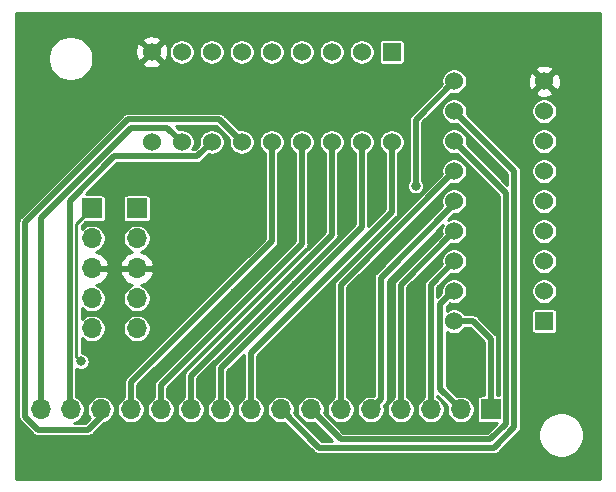
<source format=gbr>
%TF.GenerationSoftware,KiCad,Pcbnew,5.1.10-88a1d61d58~90~ubuntu20.04.1*%
%TF.CreationDate,2021-11-15T16:44:40-05:00*%
%TF.ProjectId,pcb-controller,7063622d-636f-46e7-9472-6f6c6c65722e,rev?*%
%TF.SameCoordinates,Original*%
%TF.FileFunction,Copper,L2,Bot*%
%TF.FilePolarity,Positive*%
%FSLAX46Y46*%
G04 Gerber Fmt 4.6, Leading zero omitted, Abs format (unit mm)*
G04 Created by KiCad (PCBNEW 5.1.10-88a1d61d58~90~ubuntu20.04.1) date 2021-11-15 16:44:40*
%MOMM*%
%LPD*%
G01*
G04 APERTURE LIST*
%TA.AperFunction,ComponentPad*%
%ADD10O,1.700000X1.700000*%
%TD*%
%TA.AperFunction,ComponentPad*%
%ADD11R,1.700000X1.700000*%
%TD*%
%TA.AperFunction,ComponentPad*%
%ADD12C,1.524000*%
%TD*%
%TA.AperFunction,ComponentPad*%
%ADD13R,1.524000X1.524000*%
%TD*%
%TA.AperFunction,ViaPad*%
%ADD14C,0.400000*%
%TD*%
%TA.AperFunction,ViaPad*%
%ADD15C,0.800000*%
%TD*%
%TA.AperFunction,Conductor*%
%ADD16C,0.500000*%
%TD*%
%TA.AperFunction,Conductor*%
%ADD17C,0.250000*%
%TD*%
%TA.AperFunction,Conductor*%
%ADD18C,0.254000*%
%TD*%
%TA.AperFunction,Conductor*%
%ADD19C,0.100000*%
%TD*%
G04 APERTURE END LIST*
D10*
%TO.P,J3,16*%
%TO.N,Net-(CR2-Pad11)*%
X22352000Y-53848000D03*
%TO.P,J3,15*%
%TO.N,Net-(CR2-Pad12)*%
X24892000Y-53848000D03*
%TO.P,J3,14*%
%TO.N,Net-(CR2-Pad13)*%
X27432000Y-53848000D03*
%TO.P,J3,13*%
%TO.N,Net-(CR2-Pad14)*%
X29972000Y-53848000D03*
%TO.P,J3,12*%
%TO.N,Net-(CR2-Pad15)*%
X32512000Y-53848000D03*
%TO.P,J3,11*%
%TO.N,Net-(CR2-Pad16)*%
X35052000Y-53848000D03*
%TO.P,J3,10*%
%TO.N,Net-(CR2-Pad17)*%
X37592000Y-53848000D03*
%TO.P,J3,9*%
%TO.N,Net-(CR2-Pad18)*%
X40132000Y-53848000D03*
%TO.P,J3,8*%
%TO.N,Net-(CR1-Pad11)*%
X42672000Y-53848000D03*
%TO.P,J3,7*%
%TO.N,Net-(CR1-Pad12)*%
X45212000Y-53848000D03*
%TO.P,J3,6*%
%TO.N,Net-(CR1-Pad13)*%
X47752000Y-53848000D03*
%TO.P,J3,5*%
%TO.N,Net-(CR1-Pad14)*%
X50292000Y-53848000D03*
%TO.P,J3,4*%
%TO.N,Net-(CR1-Pad15)*%
X52832000Y-53848000D03*
%TO.P,J3,3*%
%TO.N,Net-(CR1-Pad16)*%
X55372000Y-53848000D03*
%TO.P,J3,2*%
%TO.N,Net-(CR1-Pad17)*%
X57912000Y-53848000D03*
D11*
%TO.P,J3,1*%
%TO.N,Net-(CR1-Pad18)*%
X60452000Y-53848000D03*
%TD*%
D12*
%TO.P,CR1,18*%
%TO.N,Net-(CR1-Pad18)*%
X57361057Y-46375540D03*
%TO.P,CR1,17*%
%TO.N,Net-(CR1-Pad17)*%
X57361057Y-43835540D03*
%TO.P,CR1,16*%
%TO.N,Net-(CR1-Pad16)*%
X57361057Y-41295540D03*
%TO.P,CR1,15*%
%TO.N,Net-(CR1-Pad15)*%
X57361057Y-38755540D03*
%TO.P,CR1,14*%
%TO.N,Net-(CR1-Pad14)*%
X57361057Y-36215540D03*
%TO.P,CR1,13*%
%TO.N,Net-(CR1-Pad13)*%
X57361057Y-33675540D03*
%TO.P,CR1,12*%
%TO.N,Net-(CR1-Pad12)*%
X57361057Y-31135540D03*
%TO.P,CR1,11*%
%TO.N,Net-(CR1-Pad11)*%
X57361057Y-28595540D03*
%TO.P,CR1,10*%
%TO.N,+12V*%
X57361057Y-26055540D03*
%TO.P,CR1,9*%
%TO.N,GND*%
X64981057Y-26055540D03*
%TO.P,CR1,8*%
%TO.N,Net-(CR1-Pad8)*%
X64981057Y-28595540D03*
%TO.P,CR1,7*%
%TO.N,Net-(CR1-Pad7)*%
X64981057Y-31135540D03*
%TO.P,CR1,6*%
%TO.N,Net-(CR1-Pad6)*%
X64981057Y-33675540D03*
%TO.P,CR1,5*%
%TO.N,Net-(CR1-Pad5)*%
X64981057Y-36215540D03*
%TO.P,CR1,4*%
%TO.N,Net-(CR1-Pad4)*%
X64981057Y-38755540D03*
%TO.P,CR1,3*%
%TO.N,Net-(CR1-Pad3)*%
X64981057Y-41295540D03*
%TO.P,CR1,2*%
%TO.N,Net-(CR1-Pad2)*%
X64981057Y-43835540D03*
D13*
%TO.P,CR1,1*%
%TO.N,Net-(CR1-Pad1)*%
X64981057Y-46375540D03*
%TD*%
D12*
%TO.P,CR2,18*%
%TO.N,Net-(CR2-Pad18)*%
X52070000Y-31200644D03*
%TO.P,CR2,17*%
%TO.N,Net-(CR2-Pad17)*%
X49530000Y-31200644D03*
%TO.P,CR2,16*%
%TO.N,Net-(CR2-Pad16)*%
X46990000Y-31200644D03*
%TO.P,CR2,15*%
%TO.N,Net-(CR2-Pad15)*%
X44450000Y-31200644D03*
%TO.P,CR2,14*%
%TO.N,Net-(CR2-Pad14)*%
X41910000Y-31200644D03*
%TO.P,CR2,13*%
%TO.N,Net-(CR2-Pad13)*%
X39370000Y-31200644D03*
%TO.P,CR2,12*%
%TO.N,Net-(CR2-Pad12)*%
X36830000Y-31200644D03*
%TO.P,CR2,11*%
%TO.N,Net-(CR2-Pad11)*%
X34290000Y-31200644D03*
%TO.P,CR2,10*%
%TO.N,+12V*%
X31750000Y-31200644D03*
%TO.P,CR2,9*%
%TO.N,GND*%
X31750000Y-23580644D03*
%TO.P,CR2,8*%
%TO.N,Net-(CR2-Pad8)*%
X34290000Y-23580644D03*
%TO.P,CR2,7*%
%TO.N,Net-(CR2-Pad7)*%
X36830000Y-23580644D03*
%TO.P,CR2,6*%
%TO.N,Net-(CR2-Pad6)*%
X39370000Y-23580644D03*
%TO.P,CR2,5*%
%TO.N,Net-(CR2-Pad5)*%
X41910000Y-23580644D03*
%TO.P,CR2,4*%
%TO.N,Net-(CR2-Pad4)*%
X44450000Y-23580644D03*
%TO.P,CR2,3*%
%TO.N,Net-(CR2-Pad3)*%
X46990000Y-23580644D03*
%TO.P,CR2,2*%
%TO.N,Net-(CR2-Pad2)*%
X49530000Y-23580644D03*
D13*
%TO.P,CR2,1*%
%TO.N,Net-(CR2-Pad1)*%
X52070000Y-23580644D03*
%TD*%
D10*
%TO.P,J2,5*%
%TO.N,Net-(J1-Pad5)*%
X30480000Y-46990000D03*
%TO.P,J2,4*%
%TO.N,Net-(J1-Pad4)*%
X30480000Y-44450000D03*
%TO.P,J2,3*%
%TO.N,GND*%
X30480000Y-41910000D03*
%TO.P,J2,2*%
%TO.N,+12V*%
X30480000Y-39370000D03*
D11*
%TO.P,J2,1*%
%TO.N,+3V3*%
X30480000Y-36830000D03*
%TD*%
D10*
%TO.P,J1,5*%
%TO.N,Net-(J1-Pad5)*%
X26670000Y-46990000D03*
%TO.P,J1,4*%
%TO.N,Net-(J1-Pad4)*%
X26670000Y-44450000D03*
%TO.P,J1,3*%
%TO.N,GND*%
X26670000Y-41910000D03*
%TO.P,J1,2*%
%TO.N,+12V*%
X26670000Y-39370000D03*
D11*
%TO.P,J1,1*%
%TO.N,+3V3*%
X26670000Y-36830000D03*
%TD*%
D14*
%TO.N,GND*%
X34925000Y-42545000D03*
X34290000Y-45085000D03*
X36830000Y-45720000D03*
X43815000Y-46355000D03*
X43815000Y-43180000D03*
X46990000Y-43815000D03*
X50165000Y-43815000D03*
X38640273Y-43817759D03*
D15*
X54102000Y-38481000D03*
D14*
X34417000Y-48895000D03*
D15*
%TO.N,+12V*%
X54102000Y-34925000D03*
%TO.N,+3V3*%
X25781000Y-49784000D03*
%TD*%
D16*
%TO.N,+12V*%
X54102000Y-29314597D02*
X57361057Y-26055540D01*
X54102000Y-34925000D02*
X54102000Y-29314597D01*
D17*
%TO.N,+3V3*%
X25381001Y-38118999D02*
X26670000Y-36830000D01*
X25381001Y-49384001D02*
X25381001Y-38118999D01*
X25781000Y-49784000D02*
X25381001Y-49384001D01*
D16*
%TO.N,Net-(CR1-Pad18)*%
X57361057Y-46375540D02*
X58948540Y-46375540D01*
X60452000Y-47879000D02*
X60452000Y-53848000D01*
X58948540Y-46375540D02*
X60452000Y-47879000D01*
%TO.N,Net-(CR1-Pad17)*%
X57361057Y-43835540D02*
X57256460Y-43835540D01*
X56149056Y-52085056D02*
X57912000Y-53848000D01*
X56149056Y-44942944D02*
X56149056Y-52085056D01*
X57256460Y-43835540D02*
X56149056Y-44942944D01*
%TO.N,Net-(CR1-Pad16)*%
X55372000Y-43284597D02*
X55372000Y-53848000D01*
X57361057Y-41295540D02*
X55372000Y-43284597D01*
%TO.N,Net-(CR1-Pad15)*%
X52832000Y-43284597D02*
X52832000Y-53848000D01*
X57361057Y-38755540D02*
X52832000Y-43284597D01*
%TO.N,Net-(CR1-Pad14)*%
X57361057Y-36479945D02*
X57361057Y-36215540D01*
X51141999Y-42699003D02*
X57361057Y-36479945D01*
X51141999Y-52998001D02*
X51141999Y-42699003D01*
X50292000Y-53848000D02*
X51141999Y-52998001D01*
%TO.N,Net-(CR1-Pad13)*%
X47752000Y-43284597D02*
X47752000Y-53848000D01*
X57361057Y-33675540D02*
X47752000Y-43284597D01*
%TO.N,Net-(CR1-Pad12)*%
X61752001Y-55058001D02*
X60422002Y-56388000D01*
X61752001Y-35526484D02*
X61752001Y-55058001D01*
X57361057Y-31135540D02*
X61752001Y-35526484D01*
X47752000Y-56388000D02*
X45212000Y-53848000D01*
X60422002Y-56388000D02*
X47752000Y-56388000D01*
%TO.N,Net-(CR1-Pad11)*%
X45912010Y-57088010D02*
X42672000Y-53848000D01*
X60711955Y-57088010D02*
X45912010Y-57088010D01*
X62452011Y-33686494D02*
X62452011Y-55347954D01*
X62452011Y-55347954D02*
X60711955Y-57088010D01*
X57361057Y-28595540D02*
X62452011Y-33686494D01*
%TO.N,Net-(CR2-Pad18)*%
X40132000Y-49075998D02*
X40132000Y-53848000D01*
X52070000Y-37137998D02*
X40132000Y-49075998D01*
X52070000Y-31200644D02*
X52070000Y-37137998D01*
%TO.N,Net-(CR2-Pad17)*%
X37592000Y-50365002D02*
X37592000Y-53848000D01*
X49530000Y-38427002D02*
X37592000Y-50365002D01*
X49530000Y-31200644D02*
X49530000Y-38427002D01*
%TO.N,Net-(CR2-Pad16)*%
X46990000Y-31200644D02*
X47329644Y-31200644D01*
X35052000Y-50980998D02*
X35052000Y-53848000D01*
X46990000Y-39042998D02*
X35052000Y-50980998D01*
X46990000Y-31200644D02*
X46990000Y-39042998D01*
%TO.N,Net-(CR2-Pad15)*%
X32512000Y-51762002D02*
X32512000Y-53848000D01*
X44450000Y-39824002D02*
X32512000Y-51762002D01*
X44450000Y-31200644D02*
X44450000Y-39824002D01*
%TO.N,Net-(CR2-Pad14)*%
X29972000Y-51566793D02*
X29972000Y-53848000D01*
X41910000Y-39628793D02*
X29972000Y-51566793D01*
X41910000Y-31200644D02*
X41910000Y-39628793D01*
%TO.N,Net-(CR2-Pad13)*%
X26331990Y-55564008D02*
X27432000Y-54463998D01*
X27432000Y-54463998D02*
X27432000Y-53848000D01*
X22144006Y-55564008D02*
X26331990Y-55564008D01*
X21051999Y-54472001D02*
X22144006Y-55564008D01*
X21051999Y-37958074D02*
X21051999Y-54472001D01*
X37457989Y-29288633D02*
X29721440Y-29288633D01*
X29721440Y-29288633D02*
X21051999Y-37958074D01*
X39370000Y-31200644D02*
X37457989Y-29288633D01*
%TO.N,Net-(CR2-Pad12)*%
X24805991Y-53761991D02*
X24892000Y-53848000D01*
X24805991Y-36184007D02*
X24805991Y-53761991D01*
X28577353Y-32412645D02*
X24805991Y-36184007D01*
X35617999Y-32412645D02*
X28577353Y-32412645D01*
X36830000Y-31200644D02*
X35617999Y-32412645D01*
%TO.N,Net-(CR2-Pad11)*%
X22352000Y-37648036D02*
X22352000Y-53848000D01*
X30011393Y-29988643D02*
X22352000Y-37648036D01*
X33077999Y-29988643D02*
X30011393Y-29988643D01*
X34290000Y-31200644D02*
X33077999Y-29988643D01*
%TD*%
D18*
%TO.N,GND*%
X69721001Y-59721000D02*
X20279000Y-59721000D01*
X20279000Y-37958074D01*
X20472209Y-37958074D01*
X20474999Y-37986405D01*
X20475000Y-54443660D01*
X20472209Y-54472001D01*
X20483348Y-54585112D01*
X20513915Y-54685873D01*
X20516343Y-54693877D01*
X20569921Y-54794116D01*
X20584843Y-54812298D01*
X20623962Y-54859965D01*
X20623965Y-54859968D01*
X20642026Y-54881975D01*
X20664032Y-54900035D01*
X21715971Y-55951975D01*
X21734032Y-55973982D01*
X21756039Y-55992043D01*
X21756041Y-55992045D01*
X21765777Y-56000035D01*
X21821891Y-56046087D01*
X21922130Y-56099665D01*
X22030894Y-56132658D01*
X22115670Y-56141008D01*
X22115676Y-56141008D01*
X22144005Y-56143798D01*
X22172334Y-56141008D01*
X26303659Y-56141008D01*
X26331990Y-56143798D01*
X26360321Y-56141008D01*
X26360326Y-56141008D01*
X26390035Y-56138082D01*
X26445101Y-56132659D01*
X26489760Y-56119111D01*
X26553866Y-56099665D01*
X26654105Y-56046087D01*
X26741964Y-55973982D01*
X26760029Y-55951970D01*
X27721532Y-54990468D01*
X27775318Y-54979769D01*
X27989519Y-54891044D01*
X28182294Y-54762236D01*
X28346236Y-54598294D01*
X28475044Y-54405519D01*
X28563769Y-54191318D01*
X28609000Y-53963924D01*
X28609000Y-53732076D01*
X28795000Y-53732076D01*
X28795000Y-53963924D01*
X28840231Y-54191318D01*
X28928956Y-54405519D01*
X29057764Y-54598294D01*
X29221706Y-54762236D01*
X29414481Y-54891044D01*
X29628682Y-54979769D01*
X29856076Y-55025000D01*
X30087924Y-55025000D01*
X30315318Y-54979769D01*
X30529519Y-54891044D01*
X30722294Y-54762236D01*
X30886236Y-54598294D01*
X31015044Y-54405519D01*
X31103769Y-54191318D01*
X31149000Y-53963924D01*
X31149000Y-53732076D01*
X31335000Y-53732076D01*
X31335000Y-53963924D01*
X31380231Y-54191318D01*
X31468956Y-54405519D01*
X31597764Y-54598294D01*
X31761706Y-54762236D01*
X31954481Y-54891044D01*
X32168682Y-54979769D01*
X32396076Y-55025000D01*
X32627924Y-55025000D01*
X32855318Y-54979769D01*
X33069519Y-54891044D01*
X33262294Y-54762236D01*
X33426236Y-54598294D01*
X33555044Y-54405519D01*
X33643769Y-54191318D01*
X33689000Y-53963924D01*
X33689000Y-53732076D01*
X33875000Y-53732076D01*
X33875000Y-53963924D01*
X33920231Y-54191318D01*
X34008956Y-54405519D01*
X34137764Y-54598294D01*
X34301706Y-54762236D01*
X34494481Y-54891044D01*
X34708682Y-54979769D01*
X34936076Y-55025000D01*
X35167924Y-55025000D01*
X35395318Y-54979769D01*
X35609519Y-54891044D01*
X35802294Y-54762236D01*
X35966236Y-54598294D01*
X36095044Y-54405519D01*
X36183769Y-54191318D01*
X36229000Y-53963924D01*
X36229000Y-53732076D01*
X36415000Y-53732076D01*
X36415000Y-53963924D01*
X36460231Y-54191318D01*
X36548956Y-54405519D01*
X36677764Y-54598294D01*
X36841706Y-54762236D01*
X37034481Y-54891044D01*
X37248682Y-54979769D01*
X37476076Y-55025000D01*
X37707924Y-55025000D01*
X37935318Y-54979769D01*
X38149519Y-54891044D01*
X38342294Y-54762236D01*
X38506236Y-54598294D01*
X38635044Y-54405519D01*
X38723769Y-54191318D01*
X38769000Y-53963924D01*
X38769000Y-53732076D01*
X38723769Y-53504682D01*
X38635044Y-53290481D01*
X38506236Y-53097706D01*
X38342294Y-52933764D01*
X38169000Y-52817973D01*
X38169000Y-50604003D01*
X39555000Y-49218003D01*
X39555001Y-52817972D01*
X39381706Y-52933764D01*
X39217764Y-53097706D01*
X39088956Y-53290481D01*
X39000231Y-53504682D01*
X38955000Y-53732076D01*
X38955000Y-53963924D01*
X39000231Y-54191318D01*
X39088956Y-54405519D01*
X39217764Y-54598294D01*
X39381706Y-54762236D01*
X39574481Y-54891044D01*
X39788682Y-54979769D01*
X40016076Y-55025000D01*
X40247924Y-55025000D01*
X40475318Y-54979769D01*
X40689519Y-54891044D01*
X40882294Y-54762236D01*
X41046236Y-54598294D01*
X41175044Y-54405519D01*
X41263769Y-54191318D01*
X41309000Y-53963924D01*
X41309000Y-53732076D01*
X41495000Y-53732076D01*
X41495000Y-53963924D01*
X41540231Y-54191318D01*
X41628956Y-54405519D01*
X41757764Y-54598294D01*
X41921706Y-54762236D01*
X42114481Y-54891044D01*
X42328682Y-54979769D01*
X42556076Y-55025000D01*
X42787924Y-55025000D01*
X42992339Y-54984340D01*
X45483975Y-57475977D01*
X45502036Y-57497984D01*
X45524043Y-57516045D01*
X45524045Y-57516047D01*
X45543990Y-57532415D01*
X45589895Y-57570089D01*
X45690134Y-57623667D01*
X45798898Y-57656660D01*
X45883674Y-57665010D01*
X45883680Y-57665010D01*
X45912009Y-57667800D01*
X45940338Y-57665010D01*
X60683624Y-57665010D01*
X60711955Y-57667800D01*
X60740286Y-57665010D01*
X60740291Y-57665010D01*
X60770000Y-57662084D01*
X60825066Y-57656661D01*
X60869725Y-57643113D01*
X60933831Y-57623667D01*
X61034070Y-57570089D01*
X61121929Y-57497984D01*
X61139994Y-57475972D01*
X62798759Y-55817207D01*
X64494000Y-55817207D01*
X64494000Y-56196793D01*
X64568053Y-56569085D01*
X64713315Y-56919777D01*
X64924201Y-57235391D01*
X65192609Y-57503799D01*
X65508223Y-57714685D01*
X65858915Y-57859947D01*
X66231207Y-57934000D01*
X66610793Y-57934000D01*
X66983085Y-57859947D01*
X67333777Y-57714685D01*
X67649391Y-57503799D01*
X67917799Y-57235391D01*
X68128685Y-56919777D01*
X68273947Y-56569085D01*
X68348000Y-56196793D01*
X68348000Y-55817207D01*
X68273947Y-55444915D01*
X68128685Y-55094223D01*
X67917799Y-54778609D01*
X67649391Y-54510201D01*
X67333777Y-54299315D01*
X66983085Y-54154053D01*
X66610793Y-54080000D01*
X66231207Y-54080000D01*
X65858915Y-54154053D01*
X65508223Y-54299315D01*
X65192609Y-54510201D01*
X64924201Y-54778609D01*
X64713315Y-55094223D01*
X64568053Y-55444915D01*
X64494000Y-55817207D01*
X62798759Y-55817207D01*
X62839973Y-55775993D01*
X62861985Y-55757928D01*
X62934090Y-55670069D01*
X62987668Y-55569830D01*
X63001215Y-55525172D01*
X63020662Y-55461066D01*
X63031801Y-55347954D01*
X63029011Y-55319623D01*
X63029011Y-45613540D01*
X63890475Y-45613540D01*
X63890475Y-47137540D01*
X63896789Y-47201643D01*
X63915487Y-47263283D01*
X63945851Y-47320090D01*
X63986714Y-47369883D01*
X64036507Y-47410746D01*
X64093314Y-47441110D01*
X64154954Y-47459808D01*
X64219057Y-47466122D01*
X65743057Y-47466122D01*
X65807160Y-47459808D01*
X65868800Y-47441110D01*
X65925607Y-47410746D01*
X65975400Y-47369883D01*
X66016263Y-47320090D01*
X66046627Y-47263283D01*
X66065325Y-47201643D01*
X66071639Y-47137540D01*
X66071639Y-45613540D01*
X66065325Y-45549437D01*
X66046627Y-45487797D01*
X66016263Y-45430990D01*
X65975400Y-45381197D01*
X65925607Y-45340334D01*
X65868800Y-45309970D01*
X65807160Y-45291272D01*
X65743057Y-45284958D01*
X64219057Y-45284958D01*
X64154954Y-45291272D01*
X64093314Y-45309970D01*
X64036507Y-45340334D01*
X63986714Y-45381197D01*
X63945851Y-45430990D01*
X63915487Y-45487797D01*
X63896789Y-45549437D01*
X63890475Y-45613540D01*
X63029011Y-45613540D01*
X63029011Y-43728283D01*
X63892057Y-43728283D01*
X63892057Y-43942797D01*
X63933907Y-44153190D01*
X64015998Y-44351375D01*
X64135176Y-44529737D01*
X64286860Y-44681421D01*
X64465222Y-44800599D01*
X64663407Y-44882690D01*
X64873800Y-44924540D01*
X65088314Y-44924540D01*
X65298707Y-44882690D01*
X65496892Y-44800599D01*
X65675254Y-44681421D01*
X65826938Y-44529737D01*
X65946116Y-44351375D01*
X66028207Y-44153190D01*
X66070057Y-43942797D01*
X66070057Y-43728283D01*
X66028207Y-43517890D01*
X65946116Y-43319705D01*
X65826938Y-43141343D01*
X65675254Y-42989659D01*
X65496892Y-42870481D01*
X65298707Y-42788390D01*
X65088314Y-42746540D01*
X64873800Y-42746540D01*
X64663407Y-42788390D01*
X64465222Y-42870481D01*
X64286860Y-42989659D01*
X64135176Y-43141343D01*
X64015998Y-43319705D01*
X63933907Y-43517890D01*
X63892057Y-43728283D01*
X63029011Y-43728283D01*
X63029011Y-41188283D01*
X63892057Y-41188283D01*
X63892057Y-41402797D01*
X63933907Y-41613190D01*
X64015998Y-41811375D01*
X64135176Y-41989737D01*
X64286860Y-42141421D01*
X64465222Y-42260599D01*
X64663407Y-42342690D01*
X64873800Y-42384540D01*
X65088314Y-42384540D01*
X65298707Y-42342690D01*
X65496892Y-42260599D01*
X65675254Y-42141421D01*
X65826938Y-41989737D01*
X65946116Y-41811375D01*
X66028207Y-41613190D01*
X66070057Y-41402797D01*
X66070057Y-41188283D01*
X66028207Y-40977890D01*
X65946116Y-40779705D01*
X65826938Y-40601343D01*
X65675254Y-40449659D01*
X65496892Y-40330481D01*
X65298707Y-40248390D01*
X65088314Y-40206540D01*
X64873800Y-40206540D01*
X64663407Y-40248390D01*
X64465222Y-40330481D01*
X64286860Y-40449659D01*
X64135176Y-40601343D01*
X64015998Y-40779705D01*
X63933907Y-40977890D01*
X63892057Y-41188283D01*
X63029011Y-41188283D01*
X63029011Y-38648283D01*
X63892057Y-38648283D01*
X63892057Y-38862797D01*
X63933907Y-39073190D01*
X64015998Y-39271375D01*
X64135176Y-39449737D01*
X64286860Y-39601421D01*
X64465222Y-39720599D01*
X64663407Y-39802690D01*
X64873800Y-39844540D01*
X65088314Y-39844540D01*
X65298707Y-39802690D01*
X65496892Y-39720599D01*
X65675254Y-39601421D01*
X65826938Y-39449737D01*
X65946116Y-39271375D01*
X66028207Y-39073190D01*
X66070057Y-38862797D01*
X66070057Y-38648283D01*
X66028207Y-38437890D01*
X65946116Y-38239705D01*
X65826938Y-38061343D01*
X65675254Y-37909659D01*
X65496892Y-37790481D01*
X65298707Y-37708390D01*
X65088314Y-37666540D01*
X64873800Y-37666540D01*
X64663407Y-37708390D01*
X64465222Y-37790481D01*
X64286860Y-37909659D01*
X64135176Y-38061343D01*
X64015998Y-38239705D01*
X63933907Y-38437890D01*
X63892057Y-38648283D01*
X63029011Y-38648283D01*
X63029011Y-36108283D01*
X63892057Y-36108283D01*
X63892057Y-36322797D01*
X63933907Y-36533190D01*
X64015998Y-36731375D01*
X64135176Y-36909737D01*
X64286860Y-37061421D01*
X64465222Y-37180599D01*
X64663407Y-37262690D01*
X64873800Y-37304540D01*
X65088314Y-37304540D01*
X65298707Y-37262690D01*
X65496892Y-37180599D01*
X65675254Y-37061421D01*
X65826938Y-36909737D01*
X65946116Y-36731375D01*
X66028207Y-36533190D01*
X66070057Y-36322797D01*
X66070057Y-36108283D01*
X66028207Y-35897890D01*
X65946116Y-35699705D01*
X65826938Y-35521343D01*
X65675254Y-35369659D01*
X65496892Y-35250481D01*
X65298707Y-35168390D01*
X65088314Y-35126540D01*
X64873800Y-35126540D01*
X64663407Y-35168390D01*
X64465222Y-35250481D01*
X64286860Y-35369659D01*
X64135176Y-35521343D01*
X64015998Y-35699705D01*
X63933907Y-35897890D01*
X63892057Y-36108283D01*
X63029011Y-36108283D01*
X63029011Y-33714822D01*
X63031801Y-33686493D01*
X63029011Y-33658164D01*
X63029011Y-33658158D01*
X63020661Y-33573382D01*
X63019115Y-33568283D01*
X63892057Y-33568283D01*
X63892057Y-33782797D01*
X63933907Y-33993190D01*
X64015998Y-34191375D01*
X64135176Y-34369737D01*
X64286860Y-34521421D01*
X64465222Y-34640599D01*
X64663407Y-34722690D01*
X64873800Y-34764540D01*
X65088314Y-34764540D01*
X65298707Y-34722690D01*
X65496892Y-34640599D01*
X65675254Y-34521421D01*
X65826938Y-34369737D01*
X65946116Y-34191375D01*
X66028207Y-33993190D01*
X66070057Y-33782797D01*
X66070057Y-33568283D01*
X66028207Y-33357890D01*
X65946116Y-33159705D01*
X65826938Y-32981343D01*
X65675254Y-32829659D01*
X65496892Y-32710481D01*
X65298707Y-32628390D01*
X65088314Y-32586540D01*
X64873800Y-32586540D01*
X64663407Y-32628390D01*
X64465222Y-32710481D01*
X64286860Y-32829659D01*
X64135176Y-32981343D01*
X64015998Y-33159705D01*
X63933907Y-33357890D01*
X63892057Y-33568283D01*
X63019115Y-33568283D01*
X62987668Y-33464618D01*
X62934090Y-33364379D01*
X62861985Y-33276520D01*
X62839980Y-33258461D01*
X60609802Y-31028283D01*
X63892057Y-31028283D01*
X63892057Y-31242797D01*
X63933907Y-31453190D01*
X64015998Y-31651375D01*
X64135176Y-31829737D01*
X64286860Y-31981421D01*
X64465222Y-32100599D01*
X64663407Y-32182690D01*
X64873800Y-32224540D01*
X65088314Y-32224540D01*
X65298707Y-32182690D01*
X65496892Y-32100599D01*
X65675254Y-31981421D01*
X65826938Y-31829737D01*
X65946116Y-31651375D01*
X66028207Y-31453190D01*
X66070057Y-31242797D01*
X66070057Y-31028283D01*
X66028207Y-30817890D01*
X65946116Y-30619705D01*
X65826938Y-30441343D01*
X65675254Y-30289659D01*
X65496892Y-30170481D01*
X65298707Y-30088390D01*
X65088314Y-30046540D01*
X64873800Y-30046540D01*
X64663407Y-30088390D01*
X64465222Y-30170481D01*
X64286860Y-30289659D01*
X64135176Y-30441343D01*
X64015998Y-30619705D01*
X63933907Y-30817890D01*
X63892057Y-31028283D01*
X60609802Y-31028283D01*
X58422559Y-28841040D01*
X58450057Y-28702797D01*
X58450057Y-28488283D01*
X63892057Y-28488283D01*
X63892057Y-28702797D01*
X63933907Y-28913190D01*
X64015998Y-29111375D01*
X64135176Y-29289737D01*
X64286860Y-29441421D01*
X64465222Y-29560599D01*
X64663407Y-29642690D01*
X64873800Y-29684540D01*
X65088314Y-29684540D01*
X65298707Y-29642690D01*
X65496892Y-29560599D01*
X65675254Y-29441421D01*
X65826938Y-29289737D01*
X65946116Y-29111375D01*
X66028207Y-28913190D01*
X66070057Y-28702797D01*
X66070057Y-28488283D01*
X66028207Y-28277890D01*
X65946116Y-28079705D01*
X65826938Y-27901343D01*
X65675254Y-27749659D01*
X65496892Y-27630481D01*
X65298707Y-27548390D01*
X65088314Y-27506540D01*
X64873800Y-27506540D01*
X64663407Y-27548390D01*
X64465222Y-27630481D01*
X64286860Y-27749659D01*
X64135176Y-27901343D01*
X64015998Y-28079705D01*
X63933907Y-28277890D01*
X63892057Y-28488283D01*
X58450057Y-28488283D01*
X58408207Y-28277890D01*
X58326116Y-28079705D01*
X58206938Y-27901343D01*
X58055254Y-27749659D01*
X57876892Y-27630481D01*
X57678707Y-27548390D01*
X57468314Y-27506540D01*
X57253800Y-27506540D01*
X57043407Y-27548390D01*
X56845222Y-27630481D01*
X56666860Y-27749659D01*
X56515176Y-27901343D01*
X56395998Y-28079705D01*
X56313907Y-28277890D01*
X56272057Y-28488283D01*
X56272057Y-28702797D01*
X56313907Y-28913190D01*
X56395998Y-29111375D01*
X56515176Y-29289737D01*
X56666860Y-29441421D01*
X56845222Y-29560599D01*
X57043407Y-29642690D01*
X57253800Y-29684540D01*
X57468314Y-29684540D01*
X57606557Y-29657042D01*
X61875011Y-33925496D01*
X61875011Y-34833493D01*
X58422559Y-31381041D01*
X58450057Y-31242797D01*
X58450057Y-31028283D01*
X58408207Y-30817890D01*
X58326116Y-30619705D01*
X58206938Y-30441343D01*
X58055254Y-30289659D01*
X57876892Y-30170481D01*
X57678707Y-30088390D01*
X57468314Y-30046540D01*
X57253800Y-30046540D01*
X57043407Y-30088390D01*
X56845222Y-30170481D01*
X56666860Y-30289659D01*
X56515176Y-30441343D01*
X56395998Y-30619705D01*
X56313907Y-30817890D01*
X56272057Y-31028283D01*
X56272057Y-31242797D01*
X56313907Y-31453190D01*
X56395998Y-31651375D01*
X56515176Y-31829737D01*
X56666860Y-31981421D01*
X56845222Y-32100599D01*
X57043407Y-32182690D01*
X57253800Y-32224540D01*
X57468314Y-32224540D01*
X57606558Y-32197042D01*
X61175001Y-35765485D01*
X61175002Y-52669418D01*
X61029000Y-52669418D01*
X61029000Y-47907339D01*
X61031791Y-47879000D01*
X61020651Y-47765888D01*
X60987657Y-47657123D01*
X60973816Y-47631228D01*
X60934079Y-47556885D01*
X60861974Y-47469026D01*
X60839963Y-47450962D01*
X59376579Y-45987578D01*
X59358514Y-45965566D01*
X59270655Y-45893461D01*
X59170416Y-45839883D01*
X59106310Y-45820437D01*
X59061651Y-45806889D01*
X59006585Y-45801466D01*
X58976876Y-45798540D01*
X58976871Y-45798540D01*
X58948540Y-45795750D01*
X58920209Y-45798540D01*
X58285247Y-45798540D01*
X58206938Y-45681343D01*
X58055254Y-45529659D01*
X57876892Y-45410481D01*
X57678707Y-45328390D01*
X57468314Y-45286540D01*
X57253800Y-45286540D01*
X57043407Y-45328390D01*
X56845222Y-45410481D01*
X56726056Y-45490105D01*
X56726056Y-45181945D01*
X57030611Y-44877390D01*
X57043407Y-44882690D01*
X57253800Y-44924540D01*
X57468314Y-44924540D01*
X57678707Y-44882690D01*
X57876892Y-44800599D01*
X58055254Y-44681421D01*
X58206938Y-44529737D01*
X58326116Y-44351375D01*
X58408207Y-44153190D01*
X58450057Y-43942797D01*
X58450057Y-43728283D01*
X58408207Y-43517890D01*
X58326116Y-43319705D01*
X58206938Y-43141343D01*
X58055254Y-42989659D01*
X57876892Y-42870481D01*
X57678707Y-42788390D01*
X57468314Y-42746540D01*
X57253800Y-42746540D01*
X57043407Y-42788390D01*
X56845222Y-42870481D01*
X56666860Y-42989659D01*
X56515176Y-43141343D01*
X56395998Y-43319705D01*
X56313907Y-43517890D01*
X56272057Y-43728283D01*
X56272057Y-43942797D01*
X56282202Y-43993797D01*
X55949000Y-44326999D01*
X55949000Y-43523598D01*
X57115556Y-42357042D01*
X57253800Y-42384540D01*
X57468314Y-42384540D01*
X57678707Y-42342690D01*
X57876892Y-42260599D01*
X58055254Y-42141421D01*
X58206938Y-41989737D01*
X58326116Y-41811375D01*
X58408207Y-41613190D01*
X58450057Y-41402797D01*
X58450057Y-41188283D01*
X58408207Y-40977890D01*
X58326116Y-40779705D01*
X58206938Y-40601343D01*
X58055254Y-40449659D01*
X57876892Y-40330481D01*
X57678707Y-40248390D01*
X57468314Y-40206540D01*
X57253800Y-40206540D01*
X57043407Y-40248390D01*
X56845222Y-40330481D01*
X56666860Y-40449659D01*
X56515176Y-40601343D01*
X56395998Y-40779705D01*
X56313907Y-40977890D01*
X56272057Y-41188283D01*
X56272057Y-41402797D01*
X56299555Y-41541041D01*
X54984038Y-42856558D01*
X54962026Y-42874623D01*
X54889921Y-42962483D01*
X54836343Y-43062722D01*
X54823464Y-43105178D01*
X54803349Y-43171486D01*
X54797506Y-43230814D01*
X54795051Y-43255750D01*
X54792210Y-43284597D01*
X54795000Y-43312928D01*
X54795001Y-52817972D01*
X54621706Y-52933764D01*
X54457764Y-53097706D01*
X54328956Y-53290481D01*
X54240231Y-53504682D01*
X54195000Y-53732076D01*
X54195000Y-53963924D01*
X54240231Y-54191318D01*
X54328956Y-54405519D01*
X54457764Y-54598294D01*
X54621706Y-54762236D01*
X54814481Y-54891044D01*
X55028682Y-54979769D01*
X55256076Y-55025000D01*
X55487924Y-55025000D01*
X55715318Y-54979769D01*
X55929519Y-54891044D01*
X56122294Y-54762236D01*
X56286236Y-54598294D01*
X56415044Y-54405519D01*
X56503769Y-54191318D01*
X56549000Y-53963924D01*
X56549000Y-53732076D01*
X56503769Y-53504682D01*
X56415044Y-53290481D01*
X56286236Y-53097706D01*
X56122294Y-52933764D01*
X55949000Y-52817973D01*
X55949000Y-52701001D01*
X56775660Y-53527661D01*
X56735000Y-53732076D01*
X56735000Y-53963924D01*
X56780231Y-54191318D01*
X56868956Y-54405519D01*
X56997764Y-54598294D01*
X57161706Y-54762236D01*
X57354481Y-54891044D01*
X57568682Y-54979769D01*
X57796076Y-55025000D01*
X58027924Y-55025000D01*
X58255318Y-54979769D01*
X58469519Y-54891044D01*
X58662294Y-54762236D01*
X58826236Y-54598294D01*
X58955044Y-54405519D01*
X59043769Y-54191318D01*
X59089000Y-53963924D01*
X59089000Y-53732076D01*
X59043769Y-53504682D01*
X58955044Y-53290481D01*
X58826236Y-53097706D01*
X58662294Y-52933764D01*
X58469519Y-52804956D01*
X58255318Y-52716231D01*
X58027924Y-52671000D01*
X57796076Y-52671000D01*
X57591661Y-52711660D01*
X56726056Y-51846055D01*
X56726056Y-47260975D01*
X56845222Y-47340599D01*
X57043407Y-47422690D01*
X57253800Y-47464540D01*
X57468314Y-47464540D01*
X57678707Y-47422690D01*
X57876892Y-47340599D01*
X58055254Y-47221421D01*
X58206938Y-47069737D01*
X58285247Y-46952540D01*
X58709539Y-46952540D01*
X59875000Y-48118001D01*
X59875001Y-52669418D01*
X59602000Y-52669418D01*
X59537897Y-52675732D01*
X59476257Y-52694430D01*
X59419450Y-52724794D01*
X59369657Y-52765657D01*
X59328794Y-52815450D01*
X59298430Y-52872257D01*
X59279732Y-52933897D01*
X59273418Y-52998000D01*
X59273418Y-54698000D01*
X59279732Y-54762103D01*
X59298430Y-54823743D01*
X59328794Y-54880550D01*
X59369657Y-54930343D01*
X59419450Y-54971206D01*
X59476257Y-55001570D01*
X59537897Y-55020268D01*
X59602000Y-55026582D01*
X60967419Y-55026582D01*
X60183001Y-55811000D01*
X47991001Y-55811000D01*
X46348340Y-54168339D01*
X46389000Y-53963924D01*
X46389000Y-53732076D01*
X46575000Y-53732076D01*
X46575000Y-53963924D01*
X46620231Y-54191318D01*
X46708956Y-54405519D01*
X46837764Y-54598294D01*
X47001706Y-54762236D01*
X47194481Y-54891044D01*
X47408682Y-54979769D01*
X47636076Y-55025000D01*
X47867924Y-55025000D01*
X48095318Y-54979769D01*
X48309519Y-54891044D01*
X48502294Y-54762236D01*
X48666236Y-54598294D01*
X48795044Y-54405519D01*
X48883769Y-54191318D01*
X48929000Y-53963924D01*
X48929000Y-53732076D01*
X49115000Y-53732076D01*
X49115000Y-53963924D01*
X49160231Y-54191318D01*
X49248956Y-54405519D01*
X49377764Y-54598294D01*
X49541706Y-54762236D01*
X49734481Y-54891044D01*
X49948682Y-54979769D01*
X50176076Y-55025000D01*
X50407924Y-55025000D01*
X50635318Y-54979769D01*
X50849519Y-54891044D01*
X51042294Y-54762236D01*
X51206236Y-54598294D01*
X51335044Y-54405519D01*
X51423769Y-54191318D01*
X51469000Y-53963924D01*
X51469000Y-53732076D01*
X51428340Y-53527662D01*
X51529967Y-53426035D01*
X51551973Y-53407975D01*
X51624078Y-53320116D01*
X51677656Y-53219877D01*
X51710649Y-53111113D01*
X51718999Y-53026337D01*
X51718999Y-53026331D01*
X51721789Y-52998002D01*
X51718999Y-52969673D01*
X51718999Y-42938004D01*
X56380936Y-38276068D01*
X56313907Y-38437890D01*
X56272057Y-38648283D01*
X56272057Y-38862797D01*
X56299555Y-39001041D01*
X52444038Y-42856558D01*
X52422026Y-42874623D01*
X52349921Y-42962483D01*
X52296343Y-43062722D01*
X52283464Y-43105178D01*
X52263349Y-43171486D01*
X52257506Y-43230814D01*
X52255051Y-43255750D01*
X52252210Y-43284597D01*
X52255000Y-43312928D01*
X52255001Y-52817972D01*
X52081706Y-52933764D01*
X51917764Y-53097706D01*
X51788956Y-53290481D01*
X51700231Y-53504682D01*
X51655000Y-53732076D01*
X51655000Y-53963924D01*
X51700231Y-54191318D01*
X51788956Y-54405519D01*
X51917764Y-54598294D01*
X52081706Y-54762236D01*
X52274481Y-54891044D01*
X52488682Y-54979769D01*
X52716076Y-55025000D01*
X52947924Y-55025000D01*
X53175318Y-54979769D01*
X53389519Y-54891044D01*
X53582294Y-54762236D01*
X53746236Y-54598294D01*
X53875044Y-54405519D01*
X53963769Y-54191318D01*
X54009000Y-53963924D01*
X54009000Y-53732076D01*
X53963769Y-53504682D01*
X53875044Y-53290481D01*
X53746236Y-53097706D01*
X53582294Y-52933764D01*
X53409000Y-52817973D01*
X53409000Y-43523598D01*
X57115556Y-39817042D01*
X57253800Y-39844540D01*
X57468314Y-39844540D01*
X57678707Y-39802690D01*
X57876892Y-39720599D01*
X58055254Y-39601421D01*
X58206938Y-39449737D01*
X58326116Y-39271375D01*
X58408207Y-39073190D01*
X58450057Y-38862797D01*
X58450057Y-38648283D01*
X58408207Y-38437890D01*
X58326116Y-38239705D01*
X58206938Y-38061343D01*
X58055254Y-37909659D01*
X57876892Y-37790481D01*
X57678707Y-37708390D01*
X57468314Y-37666540D01*
X57253800Y-37666540D01*
X57043407Y-37708390D01*
X56881585Y-37775419D01*
X57352464Y-37304540D01*
X57468314Y-37304540D01*
X57678707Y-37262690D01*
X57876892Y-37180599D01*
X58055254Y-37061421D01*
X58206938Y-36909737D01*
X58326116Y-36731375D01*
X58408207Y-36533190D01*
X58450057Y-36322797D01*
X58450057Y-36108283D01*
X58408207Y-35897890D01*
X58326116Y-35699705D01*
X58206938Y-35521343D01*
X58055254Y-35369659D01*
X57876892Y-35250481D01*
X57678707Y-35168390D01*
X57468314Y-35126540D01*
X57253800Y-35126540D01*
X57043407Y-35168390D01*
X56845222Y-35250481D01*
X56666860Y-35369659D01*
X56515176Y-35521343D01*
X56395998Y-35699705D01*
X56313907Y-35897890D01*
X56272057Y-36108283D01*
X56272057Y-36322797D01*
X56313907Y-36533190D01*
X56366014Y-36658986D01*
X50754033Y-42270968D01*
X50732026Y-42289029D01*
X50713965Y-42311036D01*
X50713962Y-42311039D01*
X50690839Y-42339215D01*
X50659921Y-42376888D01*
X50655831Y-42384540D01*
X50606343Y-42477127D01*
X50573348Y-42585892D01*
X50562209Y-42699003D01*
X50565000Y-42727344D01*
X50564999Y-52702244D01*
X50407924Y-52671000D01*
X50176076Y-52671000D01*
X49948682Y-52716231D01*
X49734481Y-52804956D01*
X49541706Y-52933764D01*
X49377764Y-53097706D01*
X49248956Y-53290481D01*
X49160231Y-53504682D01*
X49115000Y-53732076D01*
X48929000Y-53732076D01*
X48883769Y-53504682D01*
X48795044Y-53290481D01*
X48666236Y-53097706D01*
X48502294Y-52933764D01*
X48329000Y-52817973D01*
X48329000Y-43523598D01*
X57115556Y-34737042D01*
X57253800Y-34764540D01*
X57468314Y-34764540D01*
X57678707Y-34722690D01*
X57876892Y-34640599D01*
X58055254Y-34521421D01*
X58206938Y-34369737D01*
X58326116Y-34191375D01*
X58408207Y-33993190D01*
X58450057Y-33782797D01*
X58450057Y-33568283D01*
X58408207Y-33357890D01*
X58326116Y-33159705D01*
X58206938Y-32981343D01*
X58055254Y-32829659D01*
X57876892Y-32710481D01*
X57678707Y-32628390D01*
X57468314Y-32586540D01*
X57253800Y-32586540D01*
X57043407Y-32628390D01*
X56845222Y-32710481D01*
X56666860Y-32829659D01*
X56515176Y-32981343D01*
X56395998Y-33159705D01*
X56313907Y-33357890D01*
X56272057Y-33568283D01*
X56272057Y-33782797D01*
X56299555Y-33921041D01*
X47364038Y-42856558D01*
X47342026Y-42874623D01*
X47269921Y-42962483D01*
X47216343Y-43062722D01*
X47203464Y-43105178D01*
X47183349Y-43171486D01*
X47177506Y-43230814D01*
X47175051Y-43255750D01*
X47172210Y-43284597D01*
X47175000Y-43312928D01*
X47175001Y-52817972D01*
X47001706Y-52933764D01*
X46837764Y-53097706D01*
X46708956Y-53290481D01*
X46620231Y-53504682D01*
X46575000Y-53732076D01*
X46389000Y-53732076D01*
X46343769Y-53504682D01*
X46255044Y-53290481D01*
X46126236Y-53097706D01*
X45962294Y-52933764D01*
X45769519Y-52804956D01*
X45555318Y-52716231D01*
X45327924Y-52671000D01*
X45096076Y-52671000D01*
X44868682Y-52716231D01*
X44654481Y-52804956D01*
X44461706Y-52933764D01*
X44297764Y-53097706D01*
X44168956Y-53290481D01*
X44080231Y-53504682D01*
X44035000Y-53732076D01*
X44035000Y-53963924D01*
X44080231Y-54191318D01*
X44168956Y-54405519D01*
X44297764Y-54598294D01*
X44461706Y-54762236D01*
X44654481Y-54891044D01*
X44868682Y-54979769D01*
X45096076Y-55025000D01*
X45327924Y-55025000D01*
X45532339Y-54984340D01*
X47059009Y-56511010D01*
X46151012Y-56511010D01*
X43808340Y-54168339D01*
X43849000Y-53963924D01*
X43849000Y-53732076D01*
X43803769Y-53504682D01*
X43715044Y-53290481D01*
X43586236Y-53097706D01*
X43422294Y-52933764D01*
X43229519Y-52804956D01*
X43015318Y-52716231D01*
X42787924Y-52671000D01*
X42556076Y-52671000D01*
X42328682Y-52716231D01*
X42114481Y-52804956D01*
X41921706Y-52933764D01*
X41757764Y-53097706D01*
X41628956Y-53290481D01*
X41540231Y-53504682D01*
X41495000Y-53732076D01*
X41309000Y-53732076D01*
X41263769Y-53504682D01*
X41175044Y-53290481D01*
X41046236Y-53097706D01*
X40882294Y-52933764D01*
X40709000Y-52817973D01*
X40709000Y-49314999D01*
X52457962Y-37566037D01*
X52479974Y-37547972D01*
X52552079Y-37460113D01*
X52595817Y-37378283D01*
X52605657Y-37359875D01*
X52638651Y-37251110D01*
X52649791Y-37137998D01*
X52647000Y-37109659D01*
X52647000Y-34853397D01*
X53375000Y-34853397D01*
X53375000Y-34996603D01*
X53402938Y-35137058D01*
X53457741Y-35269364D01*
X53537302Y-35388436D01*
X53638564Y-35489698D01*
X53757636Y-35569259D01*
X53889942Y-35624062D01*
X54030397Y-35652000D01*
X54173603Y-35652000D01*
X54314058Y-35624062D01*
X54446364Y-35569259D01*
X54565436Y-35489698D01*
X54666698Y-35388436D01*
X54746259Y-35269364D01*
X54801062Y-35137058D01*
X54829000Y-34996603D01*
X54829000Y-34853397D01*
X54801062Y-34712942D01*
X54746259Y-34580636D01*
X54679000Y-34479975D01*
X54679000Y-29553598D01*
X57115556Y-27117042D01*
X57253800Y-27144540D01*
X57468314Y-27144540D01*
X57678707Y-27102690D01*
X57875670Y-27021105D01*
X64195097Y-27021105D01*
X64262077Y-27261196D01*
X64511105Y-27378296D01*
X64778192Y-27444563D01*
X65053074Y-27457450D01*
X65325190Y-27416462D01*
X65584080Y-27323176D01*
X65700037Y-27261196D01*
X65767017Y-27021105D01*
X64981057Y-26235145D01*
X64195097Y-27021105D01*
X57875670Y-27021105D01*
X57876892Y-27020599D01*
X58055254Y-26901421D01*
X58206938Y-26749737D01*
X58326116Y-26571375D01*
X58408207Y-26373190D01*
X58450057Y-26162797D01*
X58450057Y-26127557D01*
X63579147Y-26127557D01*
X63620135Y-26399673D01*
X63713421Y-26658563D01*
X63775401Y-26774520D01*
X64015492Y-26841500D01*
X64801452Y-26055540D01*
X65160662Y-26055540D01*
X65946622Y-26841500D01*
X66186713Y-26774520D01*
X66303813Y-26525492D01*
X66370080Y-26258405D01*
X66382967Y-25983523D01*
X66341979Y-25711407D01*
X66248693Y-25452517D01*
X66186713Y-25336560D01*
X65946622Y-25269580D01*
X65160662Y-26055540D01*
X64801452Y-26055540D01*
X64015492Y-25269580D01*
X63775401Y-25336560D01*
X63658301Y-25585588D01*
X63592034Y-25852675D01*
X63579147Y-26127557D01*
X58450057Y-26127557D01*
X58450057Y-25948283D01*
X58408207Y-25737890D01*
X58326116Y-25539705D01*
X58206938Y-25361343D01*
X58055254Y-25209659D01*
X57876892Y-25090481D01*
X57875671Y-25089975D01*
X64195097Y-25089975D01*
X64981057Y-25875935D01*
X65767017Y-25089975D01*
X65700037Y-24849884D01*
X65451009Y-24732784D01*
X65183922Y-24666517D01*
X64909040Y-24653630D01*
X64636924Y-24694618D01*
X64378034Y-24787904D01*
X64262077Y-24849884D01*
X64195097Y-25089975D01*
X57875671Y-25089975D01*
X57678707Y-25008390D01*
X57468314Y-24966540D01*
X57253800Y-24966540D01*
X57043407Y-25008390D01*
X56845222Y-25090481D01*
X56666860Y-25209659D01*
X56515176Y-25361343D01*
X56395998Y-25539705D01*
X56313907Y-25737890D01*
X56272057Y-25948283D01*
X56272057Y-26162797D01*
X56299555Y-26301041D01*
X53714034Y-28886562D01*
X53692027Y-28904623D01*
X53673966Y-28926630D01*
X53673963Y-28926633D01*
X53650840Y-28954809D01*
X53619922Y-28992482D01*
X53580222Y-29066757D01*
X53566344Y-29092721D01*
X53533349Y-29201486D01*
X53522210Y-29314597D01*
X53525001Y-29342938D01*
X53525000Y-34479975D01*
X53457741Y-34580636D01*
X53402938Y-34712942D01*
X53375000Y-34853397D01*
X52647000Y-34853397D01*
X52647000Y-32124834D01*
X52764197Y-32046525D01*
X52915881Y-31894841D01*
X53035059Y-31716479D01*
X53117150Y-31518294D01*
X53159000Y-31307901D01*
X53159000Y-31093387D01*
X53117150Y-30882994D01*
X53035059Y-30684809D01*
X52915881Y-30506447D01*
X52764197Y-30354763D01*
X52585835Y-30235585D01*
X52387650Y-30153494D01*
X52177257Y-30111644D01*
X51962743Y-30111644D01*
X51752350Y-30153494D01*
X51554165Y-30235585D01*
X51375803Y-30354763D01*
X51224119Y-30506447D01*
X51104941Y-30684809D01*
X51022850Y-30882994D01*
X50981000Y-31093387D01*
X50981000Y-31307901D01*
X51022850Y-31518294D01*
X51104941Y-31716479D01*
X51224119Y-31894841D01*
X51375803Y-32046525D01*
X51493000Y-32124834D01*
X51493001Y-36898996D01*
X50107000Y-38284997D01*
X50107000Y-32124834D01*
X50224197Y-32046525D01*
X50375881Y-31894841D01*
X50495059Y-31716479D01*
X50577150Y-31518294D01*
X50619000Y-31307901D01*
X50619000Y-31093387D01*
X50577150Y-30882994D01*
X50495059Y-30684809D01*
X50375881Y-30506447D01*
X50224197Y-30354763D01*
X50045835Y-30235585D01*
X49847650Y-30153494D01*
X49637257Y-30111644D01*
X49422743Y-30111644D01*
X49212350Y-30153494D01*
X49014165Y-30235585D01*
X48835803Y-30354763D01*
X48684119Y-30506447D01*
X48564941Y-30684809D01*
X48482850Y-30882994D01*
X48441000Y-31093387D01*
X48441000Y-31307901D01*
X48482850Y-31518294D01*
X48564941Y-31716479D01*
X48684119Y-31894841D01*
X48835803Y-32046525D01*
X48953000Y-32124834D01*
X48953001Y-38188000D01*
X37204038Y-49936963D01*
X37182026Y-49955028D01*
X37109921Y-50042888D01*
X37056343Y-50143127D01*
X37050727Y-50161642D01*
X37023349Y-50251891D01*
X37012210Y-50365002D01*
X37015000Y-50393333D01*
X37015001Y-52817972D01*
X36841706Y-52933764D01*
X36677764Y-53097706D01*
X36548956Y-53290481D01*
X36460231Y-53504682D01*
X36415000Y-53732076D01*
X36229000Y-53732076D01*
X36183769Y-53504682D01*
X36095044Y-53290481D01*
X35966236Y-53097706D01*
X35802294Y-52933764D01*
X35629000Y-52817973D01*
X35629000Y-51219999D01*
X47377962Y-39471037D01*
X47399974Y-39452972D01*
X47472079Y-39365113D01*
X47513112Y-39288345D01*
X47525657Y-39264875D01*
X47558651Y-39156110D01*
X47569791Y-39042998D01*
X47567000Y-39014659D01*
X47567000Y-32124834D01*
X47684197Y-32046525D01*
X47835881Y-31894841D01*
X47955059Y-31716479D01*
X48037150Y-31518294D01*
X48079000Y-31307901D01*
X48079000Y-31093387D01*
X48037150Y-30882994D01*
X47955059Y-30684809D01*
X47835881Y-30506447D01*
X47684197Y-30354763D01*
X47505835Y-30235585D01*
X47307650Y-30153494D01*
X47097257Y-30111644D01*
X46882743Y-30111644D01*
X46672350Y-30153494D01*
X46474165Y-30235585D01*
X46295803Y-30354763D01*
X46144119Y-30506447D01*
X46024941Y-30684809D01*
X45942850Y-30882994D01*
X45901000Y-31093387D01*
X45901000Y-31307901D01*
X45942850Y-31518294D01*
X46024941Y-31716479D01*
X46144119Y-31894841D01*
X46295803Y-32046525D01*
X46413000Y-32124834D01*
X46413001Y-38803996D01*
X34664038Y-50552959D01*
X34642026Y-50571024D01*
X34569921Y-50658884D01*
X34516343Y-50759123D01*
X34506055Y-50793039D01*
X34483349Y-50867887D01*
X34480122Y-50900658D01*
X34475776Y-50944792D01*
X34472210Y-50980998D01*
X34475000Y-51009329D01*
X34475001Y-52817972D01*
X34301706Y-52933764D01*
X34137764Y-53097706D01*
X34008956Y-53290481D01*
X33920231Y-53504682D01*
X33875000Y-53732076D01*
X33689000Y-53732076D01*
X33643769Y-53504682D01*
X33555044Y-53290481D01*
X33426236Y-53097706D01*
X33262294Y-52933764D01*
X33089000Y-52817973D01*
X33089000Y-52001003D01*
X44837962Y-40252041D01*
X44859974Y-40233976D01*
X44932079Y-40146117D01*
X44971816Y-40071774D01*
X44985657Y-40045879D01*
X45018651Y-39937114D01*
X45029791Y-39824002D01*
X45027000Y-39795663D01*
X45027000Y-32124834D01*
X45144197Y-32046525D01*
X45295881Y-31894841D01*
X45415059Y-31716479D01*
X45497150Y-31518294D01*
X45539000Y-31307901D01*
X45539000Y-31093387D01*
X45497150Y-30882994D01*
X45415059Y-30684809D01*
X45295881Y-30506447D01*
X45144197Y-30354763D01*
X44965835Y-30235585D01*
X44767650Y-30153494D01*
X44557257Y-30111644D01*
X44342743Y-30111644D01*
X44132350Y-30153494D01*
X43934165Y-30235585D01*
X43755803Y-30354763D01*
X43604119Y-30506447D01*
X43484941Y-30684809D01*
X43402850Y-30882994D01*
X43361000Y-31093387D01*
X43361000Y-31307901D01*
X43402850Y-31518294D01*
X43484941Y-31716479D01*
X43604119Y-31894841D01*
X43755803Y-32046525D01*
X43873000Y-32124834D01*
X43873001Y-39585000D01*
X32124038Y-51333963D01*
X32102026Y-51352028D01*
X32029921Y-51439888D01*
X31976343Y-51540127D01*
X31973455Y-51549649D01*
X31943349Y-51648891D01*
X31932210Y-51762002D01*
X31935000Y-51790333D01*
X31935001Y-52817972D01*
X31761706Y-52933764D01*
X31597764Y-53097706D01*
X31468956Y-53290481D01*
X31380231Y-53504682D01*
X31335000Y-53732076D01*
X31149000Y-53732076D01*
X31103769Y-53504682D01*
X31015044Y-53290481D01*
X30886236Y-53097706D01*
X30722294Y-52933764D01*
X30549000Y-52817973D01*
X30549000Y-51805794D01*
X42297962Y-40056832D01*
X42319974Y-40038767D01*
X42392079Y-39950908D01*
X42444765Y-39852338D01*
X42445657Y-39850670D01*
X42478651Y-39741905D01*
X42489791Y-39628793D01*
X42487000Y-39600454D01*
X42487000Y-32124834D01*
X42604197Y-32046525D01*
X42755881Y-31894841D01*
X42875059Y-31716479D01*
X42957150Y-31518294D01*
X42999000Y-31307901D01*
X42999000Y-31093387D01*
X42957150Y-30882994D01*
X42875059Y-30684809D01*
X42755881Y-30506447D01*
X42604197Y-30354763D01*
X42425835Y-30235585D01*
X42227650Y-30153494D01*
X42017257Y-30111644D01*
X41802743Y-30111644D01*
X41592350Y-30153494D01*
X41394165Y-30235585D01*
X41215803Y-30354763D01*
X41064119Y-30506447D01*
X40944941Y-30684809D01*
X40862850Y-30882994D01*
X40821000Y-31093387D01*
X40821000Y-31307901D01*
X40862850Y-31518294D01*
X40944941Y-31716479D01*
X41064119Y-31894841D01*
X41215803Y-32046525D01*
X41333000Y-32124834D01*
X41333001Y-39389791D01*
X29584038Y-51138754D01*
X29562026Y-51156819D01*
X29489921Y-51244679D01*
X29436343Y-51344918D01*
X29427510Y-51374038D01*
X29403349Y-51453682D01*
X29392210Y-51566793D01*
X29395000Y-51595124D01*
X29395001Y-52817972D01*
X29221706Y-52933764D01*
X29057764Y-53097706D01*
X28928956Y-53290481D01*
X28840231Y-53504682D01*
X28795000Y-53732076D01*
X28609000Y-53732076D01*
X28563769Y-53504682D01*
X28475044Y-53290481D01*
X28346236Y-53097706D01*
X28182294Y-52933764D01*
X27989519Y-52804956D01*
X27775318Y-52716231D01*
X27547924Y-52671000D01*
X27316076Y-52671000D01*
X27088682Y-52716231D01*
X26874481Y-52804956D01*
X26681706Y-52933764D01*
X26517764Y-53097706D01*
X26388956Y-53290481D01*
X26300231Y-53504682D01*
X26255000Y-53732076D01*
X26255000Y-53963924D01*
X26300231Y-54191318D01*
X26388956Y-54405519D01*
X26503320Y-54576677D01*
X26092989Y-54987008D01*
X25198925Y-54987008D01*
X25235318Y-54979769D01*
X25449519Y-54891044D01*
X25642294Y-54762236D01*
X25806236Y-54598294D01*
X25935044Y-54405519D01*
X26023769Y-54191318D01*
X26069000Y-53963924D01*
X26069000Y-53732076D01*
X26023769Y-53504682D01*
X25935044Y-53290481D01*
X25806236Y-53097706D01*
X25642294Y-52933764D01*
X25449519Y-52804956D01*
X25382991Y-52777399D01*
X25382991Y-50392415D01*
X25436636Y-50428259D01*
X25568942Y-50483062D01*
X25709397Y-50511000D01*
X25852603Y-50511000D01*
X25993058Y-50483062D01*
X26125364Y-50428259D01*
X26244436Y-50348698D01*
X26345698Y-50247436D01*
X26425259Y-50128364D01*
X26480062Y-49996058D01*
X26508000Y-49855603D01*
X26508000Y-49712397D01*
X26480062Y-49571942D01*
X26425259Y-49439636D01*
X26345698Y-49320564D01*
X26244436Y-49219302D01*
X26125364Y-49139741D01*
X25993058Y-49084938D01*
X25852603Y-49057000D01*
X25833001Y-49057000D01*
X25833001Y-47817531D01*
X25919706Y-47904236D01*
X26112481Y-48033044D01*
X26326682Y-48121769D01*
X26554076Y-48167000D01*
X26785924Y-48167000D01*
X27013318Y-48121769D01*
X27227519Y-48033044D01*
X27420294Y-47904236D01*
X27584236Y-47740294D01*
X27713044Y-47547519D01*
X27801769Y-47333318D01*
X27847000Y-47105924D01*
X27847000Y-46874076D01*
X29303000Y-46874076D01*
X29303000Y-47105924D01*
X29348231Y-47333318D01*
X29436956Y-47547519D01*
X29565764Y-47740294D01*
X29729706Y-47904236D01*
X29922481Y-48033044D01*
X30136682Y-48121769D01*
X30364076Y-48167000D01*
X30595924Y-48167000D01*
X30823318Y-48121769D01*
X31037519Y-48033044D01*
X31230294Y-47904236D01*
X31394236Y-47740294D01*
X31523044Y-47547519D01*
X31611769Y-47333318D01*
X31657000Y-47105924D01*
X31657000Y-46874076D01*
X31611769Y-46646682D01*
X31523044Y-46432481D01*
X31394236Y-46239706D01*
X31230294Y-46075764D01*
X31037519Y-45946956D01*
X30823318Y-45858231D01*
X30595924Y-45813000D01*
X30364076Y-45813000D01*
X30136682Y-45858231D01*
X29922481Y-45946956D01*
X29729706Y-46075764D01*
X29565764Y-46239706D01*
X29436956Y-46432481D01*
X29348231Y-46646682D01*
X29303000Y-46874076D01*
X27847000Y-46874076D01*
X27801769Y-46646682D01*
X27713044Y-46432481D01*
X27584236Y-46239706D01*
X27420294Y-46075764D01*
X27227519Y-45946956D01*
X27013318Y-45858231D01*
X26785924Y-45813000D01*
X26554076Y-45813000D01*
X26326682Y-45858231D01*
X26112481Y-45946956D01*
X25919706Y-46075764D01*
X25833001Y-46162469D01*
X25833001Y-45277531D01*
X25919706Y-45364236D01*
X26112481Y-45493044D01*
X26326682Y-45581769D01*
X26554076Y-45627000D01*
X26785924Y-45627000D01*
X27013318Y-45581769D01*
X27227519Y-45493044D01*
X27420294Y-45364236D01*
X27584236Y-45200294D01*
X27713044Y-45007519D01*
X27801769Y-44793318D01*
X27847000Y-44565924D01*
X27847000Y-44334076D01*
X27801769Y-44106682D01*
X27713044Y-43892481D01*
X27584236Y-43699706D01*
X27420294Y-43535764D01*
X27227519Y-43406956D01*
X27062821Y-43338736D01*
X27301252Y-43254157D01*
X27551355Y-43105178D01*
X27767588Y-42910269D01*
X27941641Y-42676920D01*
X28066825Y-42414099D01*
X28111476Y-42266890D01*
X29038524Y-42266890D01*
X29083175Y-42414099D01*
X29208359Y-42676920D01*
X29382412Y-42910269D01*
X29598645Y-43105178D01*
X29848748Y-43254157D01*
X30087179Y-43338736D01*
X29922481Y-43406956D01*
X29729706Y-43535764D01*
X29565764Y-43699706D01*
X29436956Y-43892481D01*
X29348231Y-44106682D01*
X29303000Y-44334076D01*
X29303000Y-44565924D01*
X29348231Y-44793318D01*
X29436956Y-45007519D01*
X29565764Y-45200294D01*
X29729706Y-45364236D01*
X29922481Y-45493044D01*
X30136682Y-45581769D01*
X30364076Y-45627000D01*
X30595924Y-45627000D01*
X30823318Y-45581769D01*
X31037519Y-45493044D01*
X31230294Y-45364236D01*
X31394236Y-45200294D01*
X31523044Y-45007519D01*
X31611769Y-44793318D01*
X31657000Y-44565924D01*
X31657000Y-44334076D01*
X31611769Y-44106682D01*
X31523044Y-43892481D01*
X31394236Y-43699706D01*
X31230294Y-43535764D01*
X31037519Y-43406956D01*
X30872821Y-43338736D01*
X31111252Y-43254157D01*
X31361355Y-43105178D01*
X31577588Y-42910269D01*
X31751641Y-42676920D01*
X31876825Y-42414099D01*
X31921476Y-42266890D01*
X31800155Y-42037000D01*
X30607000Y-42037000D01*
X30607000Y-42057000D01*
X30353000Y-42057000D01*
X30353000Y-42037000D01*
X29159845Y-42037000D01*
X29038524Y-42266890D01*
X28111476Y-42266890D01*
X27990155Y-42037000D01*
X26797000Y-42037000D01*
X26797000Y-42057000D01*
X26543000Y-42057000D01*
X26543000Y-42037000D01*
X26523000Y-42037000D01*
X26523000Y-41783000D01*
X26543000Y-41783000D01*
X26543000Y-41763000D01*
X26797000Y-41763000D01*
X26797000Y-41783000D01*
X27990155Y-41783000D01*
X28111476Y-41553110D01*
X29038524Y-41553110D01*
X29159845Y-41783000D01*
X30353000Y-41783000D01*
X30353000Y-41763000D01*
X30607000Y-41763000D01*
X30607000Y-41783000D01*
X31800155Y-41783000D01*
X31921476Y-41553110D01*
X31876825Y-41405901D01*
X31751641Y-41143080D01*
X31577588Y-40909731D01*
X31361355Y-40714822D01*
X31111252Y-40565843D01*
X30872821Y-40481264D01*
X31037519Y-40413044D01*
X31230294Y-40284236D01*
X31394236Y-40120294D01*
X31523044Y-39927519D01*
X31611769Y-39713318D01*
X31657000Y-39485924D01*
X31657000Y-39254076D01*
X31611769Y-39026682D01*
X31523044Y-38812481D01*
X31394236Y-38619706D01*
X31230294Y-38455764D01*
X31037519Y-38326956D01*
X30823318Y-38238231D01*
X30595924Y-38193000D01*
X30364076Y-38193000D01*
X30136682Y-38238231D01*
X29922481Y-38326956D01*
X29729706Y-38455764D01*
X29565764Y-38619706D01*
X29436956Y-38812481D01*
X29348231Y-39026682D01*
X29303000Y-39254076D01*
X29303000Y-39485924D01*
X29348231Y-39713318D01*
X29436956Y-39927519D01*
X29565764Y-40120294D01*
X29729706Y-40284236D01*
X29922481Y-40413044D01*
X30087179Y-40481264D01*
X29848748Y-40565843D01*
X29598645Y-40714822D01*
X29382412Y-40909731D01*
X29208359Y-41143080D01*
X29083175Y-41405901D01*
X29038524Y-41553110D01*
X28111476Y-41553110D01*
X28066825Y-41405901D01*
X27941641Y-41143080D01*
X27767588Y-40909731D01*
X27551355Y-40714822D01*
X27301252Y-40565843D01*
X27062821Y-40481264D01*
X27227519Y-40413044D01*
X27420294Y-40284236D01*
X27584236Y-40120294D01*
X27713044Y-39927519D01*
X27801769Y-39713318D01*
X27847000Y-39485924D01*
X27847000Y-39254076D01*
X27801769Y-39026682D01*
X27713044Y-38812481D01*
X27584236Y-38619706D01*
X27420294Y-38455764D01*
X27227519Y-38326956D01*
X27013318Y-38238231D01*
X26785924Y-38193000D01*
X26554076Y-38193000D01*
X26326682Y-38238231D01*
X26112481Y-38326956D01*
X25919706Y-38455764D01*
X25833001Y-38542469D01*
X25833001Y-38306222D01*
X26130641Y-38008582D01*
X27520000Y-38008582D01*
X27584103Y-38002268D01*
X27645743Y-37983570D01*
X27702550Y-37953206D01*
X27752343Y-37912343D01*
X27793206Y-37862550D01*
X27823570Y-37805743D01*
X27842268Y-37744103D01*
X27848582Y-37680000D01*
X27848582Y-35980000D01*
X29301418Y-35980000D01*
X29301418Y-37680000D01*
X29307732Y-37744103D01*
X29326430Y-37805743D01*
X29356794Y-37862550D01*
X29397657Y-37912343D01*
X29447450Y-37953206D01*
X29504257Y-37983570D01*
X29565897Y-38002268D01*
X29630000Y-38008582D01*
X31330000Y-38008582D01*
X31394103Y-38002268D01*
X31455743Y-37983570D01*
X31512550Y-37953206D01*
X31562343Y-37912343D01*
X31603206Y-37862550D01*
X31633570Y-37805743D01*
X31652268Y-37744103D01*
X31658582Y-37680000D01*
X31658582Y-35980000D01*
X31652268Y-35915897D01*
X31633570Y-35854257D01*
X31603206Y-35797450D01*
X31562343Y-35747657D01*
X31512550Y-35706794D01*
X31455743Y-35676430D01*
X31394103Y-35657732D01*
X31330000Y-35651418D01*
X29630000Y-35651418D01*
X29565897Y-35657732D01*
X29504257Y-35676430D01*
X29447450Y-35706794D01*
X29397657Y-35747657D01*
X29356794Y-35797450D01*
X29326430Y-35854257D01*
X29307732Y-35915897D01*
X29301418Y-35980000D01*
X27848582Y-35980000D01*
X27842268Y-35915897D01*
X27823570Y-35854257D01*
X27793206Y-35797450D01*
X27752343Y-35747657D01*
X27702550Y-35706794D01*
X27645743Y-35676430D01*
X27584103Y-35657732D01*
X27520000Y-35651418D01*
X26154581Y-35651418D01*
X28816354Y-32989645D01*
X35589668Y-32989645D01*
X35617999Y-32992435D01*
X35646330Y-32989645D01*
X35646335Y-32989645D01*
X35676044Y-32986719D01*
X35731110Y-32981296D01*
X35775769Y-32967748D01*
X35839875Y-32948302D01*
X35940114Y-32894724D01*
X36027973Y-32822619D01*
X36046038Y-32800607D01*
X36584500Y-32262146D01*
X36722743Y-32289644D01*
X36937257Y-32289644D01*
X37147650Y-32247794D01*
X37345835Y-32165703D01*
X37524197Y-32046525D01*
X37675881Y-31894841D01*
X37795059Y-31716479D01*
X37877150Y-31518294D01*
X37919000Y-31307901D01*
X37919000Y-31093387D01*
X37877150Y-30882994D01*
X37795059Y-30684809D01*
X37675881Y-30506447D01*
X37524197Y-30354763D01*
X37345835Y-30235585D01*
X37147650Y-30153494D01*
X36937257Y-30111644D01*
X36722743Y-30111644D01*
X36512350Y-30153494D01*
X36314165Y-30235585D01*
X36135803Y-30354763D01*
X35984119Y-30506447D01*
X35864941Y-30684809D01*
X35782850Y-30882994D01*
X35741000Y-31093387D01*
X35741000Y-31307901D01*
X35768498Y-31446144D01*
X35378998Y-31835645D01*
X35175435Y-31835645D01*
X35255059Y-31716479D01*
X35337150Y-31518294D01*
X35379000Y-31307901D01*
X35379000Y-31093387D01*
X35337150Y-30882994D01*
X35255059Y-30684809D01*
X35135881Y-30506447D01*
X34984197Y-30354763D01*
X34805835Y-30235585D01*
X34607650Y-30153494D01*
X34397257Y-30111644D01*
X34182743Y-30111644D01*
X34044500Y-30139142D01*
X33770990Y-29865633D01*
X37218988Y-29865633D01*
X38308498Y-30955143D01*
X38281000Y-31093387D01*
X38281000Y-31307901D01*
X38322850Y-31518294D01*
X38404941Y-31716479D01*
X38524119Y-31894841D01*
X38675803Y-32046525D01*
X38854165Y-32165703D01*
X39052350Y-32247794D01*
X39262743Y-32289644D01*
X39477257Y-32289644D01*
X39687650Y-32247794D01*
X39885835Y-32165703D01*
X40064197Y-32046525D01*
X40215881Y-31894841D01*
X40335059Y-31716479D01*
X40417150Y-31518294D01*
X40459000Y-31307901D01*
X40459000Y-31093387D01*
X40417150Y-30882994D01*
X40335059Y-30684809D01*
X40215881Y-30506447D01*
X40064197Y-30354763D01*
X39885835Y-30235585D01*
X39687650Y-30153494D01*
X39477257Y-30111644D01*
X39262743Y-30111644D01*
X39124499Y-30139142D01*
X37886028Y-28900671D01*
X37867963Y-28878659D01*
X37780104Y-28806554D01*
X37679865Y-28752976D01*
X37615759Y-28733530D01*
X37571100Y-28719982D01*
X37516034Y-28714559D01*
X37486325Y-28711633D01*
X37486320Y-28711633D01*
X37457989Y-28708843D01*
X37429658Y-28711633D01*
X29749770Y-28711633D01*
X29721439Y-28708843D01*
X29693108Y-28711633D01*
X29693104Y-28711633D01*
X29669411Y-28713967D01*
X29608328Y-28719982D01*
X29544222Y-28739429D01*
X29499564Y-28752976D01*
X29399325Y-28806554D01*
X29353420Y-28844228D01*
X29333475Y-28860596D01*
X29333473Y-28860598D01*
X29311466Y-28878659D01*
X29293405Y-28900666D01*
X20664037Y-37530035D01*
X20642025Y-37548100D01*
X20569920Y-37635960D01*
X20516342Y-37736199D01*
X20508774Y-37761147D01*
X20483348Y-37844963D01*
X20477333Y-37906046D01*
X20476713Y-37912343D01*
X20472209Y-37958074D01*
X20279000Y-37958074D01*
X20279000Y-23940207D01*
X22965000Y-23940207D01*
X22965000Y-24319793D01*
X23039053Y-24692085D01*
X23184315Y-25042777D01*
X23395201Y-25358391D01*
X23663609Y-25626799D01*
X23979223Y-25837685D01*
X24329915Y-25982947D01*
X24702207Y-26057000D01*
X25081793Y-26057000D01*
X25454085Y-25982947D01*
X25804777Y-25837685D01*
X26120391Y-25626799D01*
X26388799Y-25358391D01*
X26599685Y-25042777D01*
X26744947Y-24692085D01*
X26773963Y-24546209D01*
X30964040Y-24546209D01*
X31031020Y-24786300D01*
X31280048Y-24903400D01*
X31547135Y-24969667D01*
X31822017Y-24982554D01*
X32094133Y-24941566D01*
X32353023Y-24848280D01*
X32468980Y-24786300D01*
X32535960Y-24546209D01*
X31750000Y-23760249D01*
X30964040Y-24546209D01*
X26773963Y-24546209D01*
X26819000Y-24319793D01*
X26819000Y-23940207D01*
X26761804Y-23652661D01*
X30348090Y-23652661D01*
X30389078Y-23924777D01*
X30482364Y-24183667D01*
X30544344Y-24299624D01*
X30784435Y-24366604D01*
X31570395Y-23580644D01*
X31929605Y-23580644D01*
X32715565Y-24366604D01*
X32955656Y-24299624D01*
X33072756Y-24050596D01*
X33139023Y-23783509D01*
X33151910Y-23508627D01*
X33146602Y-23473387D01*
X33201000Y-23473387D01*
X33201000Y-23687901D01*
X33242850Y-23898294D01*
X33324941Y-24096479D01*
X33444119Y-24274841D01*
X33595803Y-24426525D01*
X33774165Y-24545703D01*
X33972350Y-24627794D01*
X34182743Y-24669644D01*
X34397257Y-24669644D01*
X34607650Y-24627794D01*
X34805835Y-24545703D01*
X34984197Y-24426525D01*
X35135881Y-24274841D01*
X35255059Y-24096479D01*
X35337150Y-23898294D01*
X35379000Y-23687901D01*
X35379000Y-23473387D01*
X35741000Y-23473387D01*
X35741000Y-23687901D01*
X35782850Y-23898294D01*
X35864941Y-24096479D01*
X35984119Y-24274841D01*
X36135803Y-24426525D01*
X36314165Y-24545703D01*
X36512350Y-24627794D01*
X36722743Y-24669644D01*
X36937257Y-24669644D01*
X37147650Y-24627794D01*
X37345835Y-24545703D01*
X37524197Y-24426525D01*
X37675881Y-24274841D01*
X37795059Y-24096479D01*
X37877150Y-23898294D01*
X37919000Y-23687901D01*
X37919000Y-23473387D01*
X38281000Y-23473387D01*
X38281000Y-23687901D01*
X38322850Y-23898294D01*
X38404941Y-24096479D01*
X38524119Y-24274841D01*
X38675803Y-24426525D01*
X38854165Y-24545703D01*
X39052350Y-24627794D01*
X39262743Y-24669644D01*
X39477257Y-24669644D01*
X39687650Y-24627794D01*
X39885835Y-24545703D01*
X40064197Y-24426525D01*
X40215881Y-24274841D01*
X40335059Y-24096479D01*
X40417150Y-23898294D01*
X40459000Y-23687901D01*
X40459000Y-23473387D01*
X40821000Y-23473387D01*
X40821000Y-23687901D01*
X40862850Y-23898294D01*
X40944941Y-24096479D01*
X41064119Y-24274841D01*
X41215803Y-24426525D01*
X41394165Y-24545703D01*
X41592350Y-24627794D01*
X41802743Y-24669644D01*
X42017257Y-24669644D01*
X42227650Y-24627794D01*
X42425835Y-24545703D01*
X42604197Y-24426525D01*
X42755881Y-24274841D01*
X42875059Y-24096479D01*
X42957150Y-23898294D01*
X42999000Y-23687901D01*
X42999000Y-23473387D01*
X43361000Y-23473387D01*
X43361000Y-23687901D01*
X43402850Y-23898294D01*
X43484941Y-24096479D01*
X43604119Y-24274841D01*
X43755803Y-24426525D01*
X43934165Y-24545703D01*
X44132350Y-24627794D01*
X44342743Y-24669644D01*
X44557257Y-24669644D01*
X44767650Y-24627794D01*
X44965835Y-24545703D01*
X45144197Y-24426525D01*
X45295881Y-24274841D01*
X45415059Y-24096479D01*
X45497150Y-23898294D01*
X45539000Y-23687901D01*
X45539000Y-23473387D01*
X45901000Y-23473387D01*
X45901000Y-23687901D01*
X45942850Y-23898294D01*
X46024941Y-24096479D01*
X46144119Y-24274841D01*
X46295803Y-24426525D01*
X46474165Y-24545703D01*
X46672350Y-24627794D01*
X46882743Y-24669644D01*
X47097257Y-24669644D01*
X47307650Y-24627794D01*
X47505835Y-24545703D01*
X47684197Y-24426525D01*
X47835881Y-24274841D01*
X47955059Y-24096479D01*
X48037150Y-23898294D01*
X48079000Y-23687901D01*
X48079000Y-23473387D01*
X48441000Y-23473387D01*
X48441000Y-23687901D01*
X48482850Y-23898294D01*
X48564941Y-24096479D01*
X48684119Y-24274841D01*
X48835803Y-24426525D01*
X49014165Y-24545703D01*
X49212350Y-24627794D01*
X49422743Y-24669644D01*
X49637257Y-24669644D01*
X49847650Y-24627794D01*
X50045835Y-24545703D01*
X50224197Y-24426525D01*
X50375881Y-24274841D01*
X50495059Y-24096479D01*
X50577150Y-23898294D01*
X50619000Y-23687901D01*
X50619000Y-23473387D01*
X50577150Y-23262994D01*
X50495059Y-23064809D01*
X50375881Y-22886447D01*
X50308078Y-22818644D01*
X50979418Y-22818644D01*
X50979418Y-24342644D01*
X50985732Y-24406747D01*
X51004430Y-24468387D01*
X51034794Y-24525194D01*
X51075657Y-24574987D01*
X51125450Y-24615850D01*
X51182257Y-24646214D01*
X51243897Y-24664912D01*
X51308000Y-24671226D01*
X52832000Y-24671226D01*
X52896103Y-24664912D01*
X52957743Y-24646214D01*
X53014550Y-24615850D01*
X53064343Y-24574987D01*
X53105206Y-24525194D01*
X53135570Y-24468387D01*
X53154268Y-24406747D01*
X53160582Y-24342644D01*
X53160582Y-22818644D01*
X53154268Y-22754541D01*
X53135570Y-22692901D01*
X53105206Y-22636094D01*
X53064343Y-22586301D01*
X53014550Y-22545438D01*
X52957743Y-22515074D01*
X52896103Y-22496376D01*
X52832000Y-22490062D01*
X51308000Y-22490062D01*
X51243897Y-22496376D01*
X51182257Y-22515074D01*
X51125450Y-22545438D01*
X51075657Y-22586301D01*
X51034794Y-22636094D01*
X51004430Y-22692901D01*
X50985732Y-22754541D01*
X50979418Y-22818644D01*
X50308078Y-22818644D01*
X50224197Y-22734763D01*
X50045835Y-22615585D01*
X49847650Y-22533494D01*
X49637257Y-22491644D01*
X49422743Y-22491644D01*
X49212350Y-22533494D01*
X49014165Y-22615585D01*
X48835803Y-22734763D01*
X48684119Y-22886447D01*
X48564941Y-23064809D01*
X48482850Y-23262994D01*
X48441000Y-23473387D01*
X48079000Y-23473387D01*
X48037150Y-23262994D01*
X47955059Y-23064809D01*
X47835881Y-22886447D01*
X47684197Y-22734763D01*
X47505835Y-22615585D01*
X47307650Y-22533494D01*
X47097257Y-22491644D01*
X46882743Y-22491644D01*
X46672350Y-22533494D01*
X46474165Y-22615585D01*
X46295803Y-22734763D01*
X46144119Y-22886447D01*
X46024941Y-23064809D01*
X45942850Y-23262994D01*
X45901000Y-23473387D01*
X45539000Y-23473387D01*
X45497150Y-23262994D01*
X45415059Y-23064809D01*
X45295881Y-22886447D01*
X45144197Y-22734763D01*
X44965835Y-22615585D01*
X44767650Y-22533494D01*
X44557257Y-22491644D01*
X44342743Y-22491644D01*
X44132350Y-22533494D01*
X43934165Y-22615585D01*
X43755803Y-22734763D01*
X43604119Y-22886447D01*
X43484941Y-23064809D01*
X43402850Y-23262994D01*
X43361000Y-23473387D01*
X42999000Y-23473387D01*
X42957150Y-23262994D01*
X42875059Y-23064809D01*
X42755881Y-22886447D01*
X42604197Y-22734763D01*
X42425835Y-22615585D01*
X42227650Y-22533494D01*
X42017257Y-22491644D01*
X41802743Y-22491644D01*
X41592350Y-22533494D01*
X41394165Y-22615585D01*
X41215803Y-22734763D01*
X41064119Y-22886447D01*
X40944941Y-23064809D01*
X40862850Y-23262994D01*
X40821000Y-23473387D01*
X40459000Y-23473387D01*
X40417150Y-23262994D01*
X40335059Y-23064809D01*
X40215881Y-22886447D01*
X40064197Y-22734763D01*
X39885835Y-22615585D01*
X39687650Y-22533494D01*
X39477257Y-22491644D01*
X39262743Y-22491644D01*
X39052350Y-22533494D01*
X38854165Y-22615585D01*
X38675803Y-22734763D01*
X38524119Y-22886447D01*
X38404941Y-23064809D01*
X38322850Y-23262994D01*
X38281000Y-23473387D01*
X37919000Y-23473387D01*
X37877150Y-23262994D01*
X37795059Y-23064809D01*
X37675881Y-22886447D01*
X37524197Y-22734763D01*
X37345835Y-22615585D01*
X37147650Y-22533494D01*
X36937257Y-22491644D01*
X36722743Y-22491644D01*
X36512350Y-22533494D01*
X36314165Y-22615585D01*
X36135803Y-22734763D01*
X35984119Y-22886447D01*
X35864941Y-23064809D01*
X35782850Y-23262994D01*
X35741000Y-23473387D01*
X35379000Y-23473387D01*
X35337150Y-23262994D01*
X35255059Y-23064809D01*
X35135881Y-22886447D01*
X34984197Y-22734763D01*
X34805835Y-22615585D01*
X34607650Y-22533494D01*
X34397257Y-22491644D01*
X34182743Y-22491644D01*
X33972350Y-22533494D01*
X33774165Y-22615585D01*
X33595803Y-22734763D01*
X33444119Y-22886447D01*
X33324941Y-23064809D01*
X33242850Y-23262994D01*
X33201000Y-23473387D01*
X33146602Y-23473387D01*
X33110922Y-23236511D01*
X33017636Y-22977621D01*
X32955656Y-22861664D01*
X32715565Y-22794684D01*
X31929605Y-23580644D01*
X31570395Y-23580644D01*
X30784435Y-22794684D01*
X30544344Y-22861664D01*
X30427244Y-23110692D01*
X30360977Y-23377779D01*
X30348090Y-23652661D01*
X26761804Y-23652661D01*
X26744947Y-23567915D01*
X26599685Y-23217223D01*
X26388799Y-22901609D01*
X26120391Y-22633201D01*
X26093270Y-22615079D01*
X30964040Y-22615079D01*
X31750000Y-23401039D01*
X32535960Y-22615079D01*
X32468980Y-22374988D01*
X32219952Y-22257888D01*
X31952865Y-22191621D01*
X31677983Y-22178734D01*
X31405867Y-22219722D01*
X31146977Y-22313008D01*
X31031020Y-22374988D01*
X30964040Y-22615079D01*
X26093270Y-22615079D01*
X25804777Y-22422315D01*
X25454085Y-22277053D01*
X25081793Y-22203000D01*
X24702207Y-22203000D01*
X24329915Y-22277053D01*
X23979223Y-22422315D01*
X23663609Y-22633201D01*
X23395201Y-22901609D01*
X23184315Y-23217223D01*
X23039053Y-23567915D01*
X22965000Y-23940207D01*
X20279000Y-23940207D01*
X20279000Y-20279000D01*
X69721000Y-20279000D01*
X69721001Y-59721000D01*
%TA.AperFunction,Conductor*%
D19*
G36*
X69721001Y-59721000D02*
G01*
X20279000Y-59721000D01*
X20279000Y-37958074D01*
X20472209Y-37958074D01*
X20474999Y-37986405D01*
X20475000Y-54443660D01*
X20472209Y-54472001D01*
X20483348Y-54585112D01*
X20513915Y-54685873D01*
X20516343Y-54693877D01*
X20569921Y-54794116D01*
X20584843Y-54812298D01*
X20623962Y-54859965D01*
X20623965Y-54859968D01*
X20642026Y-54881975D01*
X20664032Y-54900035D01*
X21715971Y-55951975D01*
X21734032Y-55973982D01*
X21756039Y-55992043D01*
X21756041Y-55992045D01*
X21765777Y-56000035D01*
X21821891Y-56046087D01*
X21922130Y-56099665D01*
X22030894Y-56132658D01*
X22115670Y-56141008D01*
X22115676Y-56141008D01*
X22144005Y-56143798D01*
X22172334Y-56141008D01*
X26303659Y-56141008D01*
X26331990Y-56143798D01*
X26360321Y-56141008D01*
X26360326Y-56141008D01*
X26390035Y-56138082D01*
X26445101Y-56132659D01*
X26489760Y-56119111D01*
X26553866Y-56099665D01*
X26654105Y-56046087D01*
X26741964Y-55973982D01*
X26760029Y-55951970D01*
X27721532Y-54990468D01*
X27775318Y-54979769D01*
X27989519Y-54891044D01*
X28182294Y-54762236D01*
X28346236Y-54598294D01*
X28475044Y-54405519D01*
X28563769Y-54191318D01*
X28609000Y-53963924D01*
X28609000Y-53732076D01*
X28795000Y-53732076D01*
X28795000Y-53963924D01*
X28840231Y-54191318D01*
X28928956Y-54405519D01*
X29057764Y-54598294D01*
X29221706Y-54762236D01*
X29414481Y-54891044D01*
X29628682Y-54979769D01*
X29856076Y-55025000D01*
X30087924Y-55025000D01*
X30315318Y-54979769D01*
X30529519Y-54891044D01*
X30722294Y-54762236D01*
X30886236Y-54598294D01*
X31015044Y-54405519D01*
X31103769Y-54191318D01*
X31149000Y-53963924D01*
X31149000Y-53732076D01*
X31335000Y-53732076D01*
X31335000Y-53963924D01*
X31380231Y-54191318D01*
X31468956Y-54405519D01*
X31597764Y-54598294D01*
X31761706Y-54762236D01*
X31954481Y-54891044D01*
X32168682Y-54979769D01*
X32396076Y-55025000D01*
X32627924Y-55025000D01*
X32855318Y-54979769D01*
X33069519Y-54891044D01*
X33262294Y-54762236D01*
X33426236Y-54598294D01*
X33555044Y-54405519D01*
X33643769Y-54191318D01*
X33689000Y-53963924D01*
X33689000Y-53732076D01*
X33875000Y-53732076D01*
X33875000Y-53963924D01*
X33920231Y-54191318D01*
X34008956Y-54405519D01*
X34137764Y-54598294D01*
X34301706Y-54762236D01*
X34494481Y-54891044D01*
X34708682Y-54979769D01*
X34936076Y-55025000D01*
X35167924Y-55025000D01*
X35395318Y-54979769D01*
X35609519Y-54891044D01*
X35802294Y-54762236D01*
X35966236Y-54598294D01*
X36095044Y-54405519D01*
X36183769Y-54191318D01*
X36229000Y-53963924D01*
X36229000Y-53732076D01*
X36415000Y-53732076D01*
X36415000Y-53963924D01*
X36460231Y-54191318D01*
X36548956Y-54405519D01*
X36677764Y-54598294D01*
X36841706Y-54762236D01*
X37034481Y-54891044D01*
X37248682Y-54979769D01*
X37476076Y-55025000D01*
X37707924Y-55025000D01*
X37935318Y-54979769D01*
X38149519Y-54891044D01*
X38342294Y-54762236D01*
X38506236Y-54598294D01*
X38635044Y-54405519D01*
X38723769Y-54191318D01*
X38769000Y-53963924D01*
X38769000Y-53732076D01*
X38723769Y-53504682D01*
X38635044Y-53290481D01*
X38506236Y-53097706D01*
X38342294Y-52933764D01*
X38169000Y-52817973D01*
X38169000Y-50604003D01*
X39555000Y-49218003D01*
X39555001Y-52817972D01*
X39381706Y-52933764D01*
X39217764Y-53097706D01*
X39088956Y-53290481D01*
X39000231Y-53504682D01*
X38955000Y-53732076D01*
X38955000Y-53963924D01*
X39000231Y-54191318D01*
X39088956Y-54405519D01*
X39217764Y-54598294D01*
X39381706Y-54762236D01*
X39574481Y-54891044D01*
X39788682Y-54979769D01*
X40016076Y-55025000D01*
X40247924Y-55025000D01*
X40475318Y-54979769D01*
X40689519Y-54891044D01*
X40882294Y-54762236D01*
X41046236Y-54598294D01*
X41175044Y-54405519D01*
X41263769Y-54191318D01*
X41309000Y-53963924D01*
X41309000Y-53732076D01*
X41495000Y-53732076D01*
X41495000Y-53963924D01*
X41540231Y-54191318D01*
X41628956Y-54405519D01*
X41757764Y-54598294D01*
X41921706Y-54762236D01*
X42114481Y-54891044D01*
X42328682Y-54979769D01*
X42556076Y-55025000D01*
X42787924Y-55025000D01*
X42992339Y-54984340D01*
X45483975Y-57475977D01*
X45502036Y-57497984D01*
X45524043Y-57516045D01*
X45524045Y-57516047D01*
X45543990Y-57532415D01*
X45589895Y-57570089D01*
X45690134Y-57623667D01*
X45798898Y-57656660D01*
X45883674Y-57665010D01*
X45883680Y-57665010D01*
X45912009Y-57667800D01*
X45940338Y-57665010D01*
X60683624Y-57665010D01*
X60711955Y-57667800D01*
X60740286Y-57665010D01*
X60740291Y-57665010D01*
X60770000Y-57662084D01*
X60825066Y-57656661D01*
X60869725Y-57643113D01*
X60933831Y-57623667D01*
X61034070Y-57570089D01*
X61121929Y-57497984D01*
X61139994Y-57475972D01*
X62798759Y-55817207D01*
X64494000Y-55817207D01*
X64494000Y-56196793D01*
X64568053Y-56569085D01*
X64713315Y-56919777D01*
X64924201Y-57235391D01*
X65192609Y-57503799D01*
X65508223Y-57714685D01*
X65858915Y-57859947D01*
X66231207Y-57934000D01*
X66610793Y-57934000D01*
X66983085Y-57859947D01*
X67333777Y-57714685D01*
X67649391Y-57503799D01*
X67917799Y-57235391D01*
X68128685Y-56919777D01*
X68273947Y-56569085D01*
X68348000Y-56196793D01*
X68348000Y-55817207D01*
X68273947Y-55444915D01*
X68128685Y-55094223D01*
X67917799Y-54778609D01*
X67649391Y-54510201D01*
X67333777Y-54299315D01*
X66983085Y-54154053D01*
X66610793Y-54080000D01*
X66231207Y-54080000D01*
X65858915Y-54154053D01*
X65508223Y-54299315D01*
X65192609Y-54510201D01*
X64924201Y-54778609D01*
X64713315Y-55094223D01*
X64568053Y-55444915D01*
X64494000Y-55817207D01*
X62798759Y-55817207D01*
X62839973Y-55775993D01*
X62861985Y-55757928D01*
X62934090Y-55670069D01*
X62987668Y-55569830D01*
X63001215Y-55525172D01*
X63020662Y-55461066D01*
X63031801Y-55347954D01*
X63029011Y-55319623D01*
X63029011Y-45613540D01*
X63890475Y-45613540D01*
X63890475Y-47137540D01*
X63896789Y-47201643D01*
X63915487Y-47263283D01*
X63945851Y-47320090D01*
X63986714Y-47369883D01*
X64036507Y-47410746D01*
X64093314Y-47441110D01*
X64154954Y-47459808D01*
X64219057Y-47466122D01*
X65743057Y-47466122D01*
X65807160Y-47459808D01*
X65868800Y-47441110D01*
X65925607Y-47410746D01*
X65975400Y-47369883D01*
X66016263Y-47320090D01*
X66046627Y-47263283D01*
X66065325Y-47201643D01*
X66071639Y-47137540D01*
X66071639Y-45613540D01*
X66065325Y-45549437D01*
X66046627Y-45487797D01*
X66016263Y-45430990D01*
X65975400Y-45381197D01*
X65925607Y-45340334D01*
X65868800Y-45309970D01*
X65807160Y-45291272D01*
X65743057Y-45284958D01*
X64219057Y-45284958D01*
X64154954Y-45291272D01*
X64093314Y-45309970D01*
X64036507Y-45340334D01*
X63986714Y-45381197D01*
X63945851Y-45430990D01*
X63915487Y-45487797D01*
X63896789Y-45549437D01*
X63890475Y-45613540D01*
X63029011Y-45613540D01*
X63029011Y-43728283D01*
X63892057Y-43728283D01*
X63892057Y-43942797D01*
X63933907Y-44153190D01*
X64015998Y-44351375D01*
X64135176Y-44529737D01*
X64286860Y-44681421D01*
X64465222Y-44800599D01*
X64663407Y-44882690D01*
X64873800Y-44924540D01*
X65088314Y-44924540D01*
X65298707Y-44882690D01*
X65496892Y-44800599D01*
X65675254Y-44681421D01*
X65826938Y-44529737D01*
X65946116Y-44351375D01*
X66028207Y-44153190D01*
X66070057Y-43942797D01*
X66070057Y-43728283D01*
X66028207Y-43517890D01*
X65946116Y-43319705D01*
X65826938Y-43141343D01*
X65675254Y-42989659D01*
X65496892Y-42870481D01*
X65298707Y-42788390D01*
X65088314Y-42746540D01*
X64873800Y-42746540D01*
X64663407Y-42788390D01*
X64465222Y-42870481D01*
X64286860Y-42989659D01*
X64135176Y-43141343D01*
X64015998Y-43319705D01*
X63933907Y-43517890D01*
X63892057Y-43728283D01*
X63029011Y-43728283D01*
X63029011Y-41188283D01*
X63892057Y-41188283D01*
X63892057Y-41402797D01*
X63933907Y-41613190D01*
X64015998Y-41811375D01*
X64135176Y-41989737D01*
X64286860Y-42141421D01*
X64465222Y-42260599D01*
X64663407Y-42342690D01*
X64873800Y-42384540D01*
X65088314Y-42384540D01*
X65298707Y-42342690D01*
X65496892Y-42260599D01*
X65675254Y-42141421D01*
X65826938Y-41989737D01*
X65946116Y-41811375D01*
X66028207Y-41613190D01*
X66070057Y-41402797D01*
X66070057Y-41188283D01*
X66028207Y-40977890D01*
X65946116Y-40779705D01*
X65826938Y-40601343D01*
X65675254Y-40449659D01*
X65496892Y-40330481D01*
X65298707Y-40248390D01*
X65088314Y-40206540D01*
X64873800Y-40206540D01*
X64663407Y-40248390D01*
X64465222Y-40330481D01*
X64286860Y-40449659D01*
X64135176Y-40601343D01*
X64015998Y-40779705D01*
X63933907Y-40977890D01*
X63892057Y-41188283D01*
X63029011Y-41188283D01*
X63029011Y-38648283D01*
X63892057Y-38648283D01*
X63892057Y-38862797D01*
X63933907Y-39073190D01*
X64015998Y-39271375D01*
X64135176Y-39449737D01*
X64286860Y-39601421D01*
X64465222Y-39720599D01*
X64663407Y-39802690D01*
X64873800Y-39844540D01*
X65088314Y-39844540D01*
X65298707Y-39802690D01*
X65496892Y-39720599D01*
X65675254Y-39601421D01*
X65826938Y-39449737D01*
X65946116Y-39271375D01*
X66028207Y-39073190D01*
X66070057Y-38862797D01*
X66070057Y-38648283D01*
X66028207Y-38437890D01*
X65946116Y-38239705D01*
X65826938Y-38061343D01*
X65675254Y-37909659D01*
X65496892Y-37790481D01*
X65298707Y-37708390D01*
X65088314Y-37666540D01*
X64873800Y-37666540D01*
X64663407Y-37708390D01*
X64465222Y-37790481D01*
X64286860Y-37909659D01*
X64135176Y-38061343D01*
X64015998Y-38239705D01*
X63933907Y-38437890D01*
X63892057Y-38648283D01*
X63029011Y-38648283D01*
X63029011Y-36108283D01*
X63892057Y-36108283D01*
X63892057Y-36322797D01*
X63933907Y-36533190D01*
X64015998Y-36731375D01*
X64135176Y-36909737D01*
X64286860Y-37061421D01*
X64465222Y-37180599D01*
X64663407Y-37262690D01*
X64873800Y-37304540D01*
X65088314Y-37304540D01*
X65298707Y-37262690D01*
X65496892Y-37180599D01*
X65675254Y-37061421D01*
X65826938Y-36909737D01*
X65946116Y-36731375D01*
X66028207Y-36533190D01*
X66070057Y-36322797D01*
X66070057Y-36108283D01*
X66028207Y-35897890D01*
X65946116Y-35699705D01*
X65826938Y-35521343D01*
X65675254Y-35369659D01*
X65496892Y-35250481D01*
X65298707Y-35168390D01*
X65088314Y-35126540D01*
X64873800Y-35126540D01*
X64663407Y-35168390D01*
X64465222Y-35250481D01*
X64286860Y-35369659D01*
X64135176Y-35521343D01*
X64015998Y-35699705D01*
X63933907Y-35897890D01*
X63892057Y-36108283D01*
X63029011Y-36108283D01*
X63029011Y-33714822D01*
X63031801Y-33686493D01*
X63029011Y-33658164D01*
X63029011Y-33658158D01*
X63020661Y-33573382D01*
X63019115Y-33568283D01*
X63892057Y-33568283D01*
X63892057Y-33782797D01*
X63933907Y-33993190D01*
X64015998Y-34191375D01*
X64135176Y-34369737D01*
X64286860Y-34521421D01*
X64465222Y-34640599D01*
X64663407Y-34722690D01*
X64873800Y-34764540D01*
X65088314Y-34764540D01*
X65298707Y-34722690D01*
X65496892Y-34640599D01*
X65675254Y-34521421D01*
X65826938Y-34369737D01*
X65946116Y-34191375D01*
X66028207Y-33993190D01*
X66070057Y-33782797D01*
X66070057Y-33568283D01*
X66028207Y-33357890D01*
X65946116Y-33159705D01*
X65826938Y-32981343D01*
X65675254Y-32829659D01*
X65496892Y-32710481D01*
X65298707Y-32628390D01*
X65088314Y-32586540D01*
X64873800Y-32586540D01*
X64663407Y-32628390D01*
X64465222Y-32710481D01*
X64286860Y-32829659D01*
X64135176Y-32981343D01*
X64015998Y-33159705D01*
X63933907Y-33357890D01*
X63892057Y-33568283D01*
X63019115Y-33568283D01*
X62987668Y-33464618D01*
X62934090Y-33364379D01*
X62861985Y-33276520D01*
X62839980Y-33258461D01*
X60609802Y-31028283D01*
X63892057Y-31028283D01*
X63892057Y-31242797D01*
X63933907Y-31453190D01*
X64015998Y-31651375D01*
X64135176Y-31829737D01*
X64286860Y-31981421D01*
X64465222Y-32100599D01*
X64663407Y-32182690D01*
X64873800Y-32224540D01*
X65088314Y-32224540D01*
X65298707Y-32182690D01*
X65496892Y-32100599D01*
X65675254Y-31981421D01*
X65826938Y-31829737D01*
X65946116Y-31651375D01*
X66028207Y-31453190D01*
X66070057Y-31242797D01*
X66070057Y-31028283D01*
X66028207Y-30817890D01*
X65946116Y-30619705D01*
X65826938Y-30441343D01*
X65675254Y-30289659D01*
X65496892Y-30170481D01*
X65298707Y-30088390D01*
X65088314Y-30046540D01*
X64873800Y-30046540D01*
X64663407Y-30088390D01*
X64465222Y-30170481D01*
X64286860Y-30289659D01*
X64135176Y-30441343D01*
X64015998Y-30619705D01*
X63933907Y-30817890D01*
X63892057Y-31028283D01*
X60609802Y-31028283D01*
X58422559Y-28841040D01*
X58450057Y-28702797D01*
X58450057Y-28488283D01*
X63892057Y-28488283D01*
X63892057Y-28702797D01*
X63933907Y-28913190D01*
X64015998Y-29111375D01*
X64135176Y-29289737D01*
X64286860Y-29441421D01*
X64465222Y-29560599D01*
X64663407Y-29642690D01*
X64873800Y-29684540D01*
X65088314Y-29684540D01*
X65298707Y-29642690D01*
X65496892Y-29560599D01*
X65675254Y-29441421D01*
X65826938Y-29289737D01*
X65946116Y-29111375D01*
X66028207Y-28913190D01*
X66070057Y-28702797D01*
X66070057Y-28488283D01*
X66028207Y-28277890D01*
X65946116Y-28079705D01*
X65826938Y-27901343D01*
X65675254Y-27749659D01*
X65496892Y-27630481D01*
X65298707Y-27548390D01*
X65088314Y-27506540D01*
X64873800Y-27506540D01*
X64663407Y-27548390D01*
X64465222Y-27630481D01*
X64286860Y-27749659D01*
X64135176Y-27901343D01*
X64015998Y-28079705D01*
X63933907Y-28277890D01*
X63892057Y-28488283D01*
X58450057Y-28488283D01*
X58408207Y-28277890D01*
X58326116Y-28079705D01*
X58206938Y-27901343D01*
X58055254Y-27749659D01*
X57876892Y-27630481D01*
X57678707Y-27548390D01*
X57468314Y-27506540D01*
X57253800Y-27506540D01*
X57043407Y-27548390D01*
X56845222Y-27630481D01*
X56666860Y-27749659D01*
X56515176Y-27901343D01*
X56395998Y-28079705D01*
X56313907Y-28277890D01*
X56272057Y-28488283D01*
X56272057Y-28702797D01*
X56313907Y-28913190D01*
X56395998Y-29111375D01*
X56515176Y-29289737D01*
X56666860Y-29441421D01*
X56845222Y-29560599D01*
X57043407Y-29642690D01*
X57253800Y-29684540D01*
X57468314Y-29684540D01*
X57606557Y-29657042D01*
X61875011Y-33925496D01*
X61875011Y-34833493D01*
X58422559Y-31381041D01*
X58450057Y-31242797D01*
X58450057Y-31028283D01*
X58408207Y-30817890D01*
X58326116Y-30619705D01*
X58206938Y-30441343D01*
X58055254Y-30289659D01*
X57876892Y-30170481D01*
X57678707Y-30088390D01*
X57468314Y-30046540D01*
X57253800Y-30046540D01*
X57043407Y-30088390D01*
X56845222Y-30170481D01*
X56666860Y-30289659D01*
X56515176Y-30441343D01*
X56395998Y-30619705D01*
X56313907Y-30817890D01*
X56272057Y-31028283D01*
X56272057Y-31242797D01*
X56313907Y-31453190D01*
X56395998Y-31651375D01*
X56515176Y-31829737D01*
X56666860Y-31981421D01*
X56845222Y-32100599D01*
X57043407Y-32182690D01*
X57253800Y-32224540D01*
X57468314Y-32224540D01*
X57606558Y-32197042D01*
X61175001Y-35765485D01*
X61175002Y-52669418D01*
X61029000Y-52669418D01*
X61029000Y-47907339D01*
X61031791Y-47879000D01*
X61020651Y-47765888D01*
X60987657Y-47657123D01*
X60973816Y-47631228D01*
X60934079Y-47556885D01*
X60861974Y-47469026D01*
X60839963Y-47450962D01*
X59376579Y-45987578D01*
X59358514Y-45965566D01*
X59270655Y-45893461D01*
X59170416Y-45839883D01*
X59106310Y-45820437D01*
X59061651Y-45806889D01*
X59006585Y-45801466D01*
X58976876Y-45798540D01*
X58976871Y-45798540D01*
X58948540Y-45795750D01*
X58920209Y-45798540D01*
X58285247Y-45798540D01*
X58206938Y-45681343D01*
X58055254Y-45529659D01*
X57876892Y-45410481D01*
X57678707Y-45328390D01*
X57468314Y-45286540D01*
X57253800Y-45286540D01*
X57043407Y-45328390D01*
X56845222Y-45410481D01*
X56726056Y-45490105D01*
X56726056Y-45181945D01*
X57030611Y-44877390D01*
X57043407Y-44882690D01*
X57253800Y-44924540D01*
X57468314Y-44924540D01*
X57678707Y-44882690D01*
X57876892Y-44800599D01*
X58055254Y-44681421D01*
X58206938Y-44529737D01*
X58326116Y-44351375D01*
X58408207Y-44153190D01*
X58450057Y-43942797D01*
X58450057Y-43728283D01*
X58408207Y-43517890D01*
X58326116Y-43319705D01*
X58206938Y-43141343D01*
X58055254Y-42989659D01*
X57876892Y-42870481D01*
X57678707Y-42788390D01*
X57468314Y-42746540D01*
X57253800Y-42746540D01*
X57043407Y-42788390D01*
X56845222Y-42870481D01*
X56666860Y-42989659D01*
X56515176Y-43141343D01*
X56395998Y-43319705D01*
X56313907Y-43517890D01*
X56272057Y-43728283D01*
X56272057Y-43942797D01*
X56282202Y-43993797D01*
X55949000Y-44326999D01*
X55949000Y-43523598D01*
X57115556Y-42357042D01*
X57253800Y-42384540D01*
X57468314Y-42384540D01*
X57678707Y-42342690D01*
X57876892Y-42260599D01*
X58055254Y-42141421D01*
X58206938Y-41989737D01*
X58326116Y-41811375D01*
X58408207Y-41613190D01*
X58450057Y-41402797D01*
X58450057Y-41188283D01*
X58408207Y-40977890D01*
X58326116Y-40779705D01*
X58206938Y-40601343D01*
X58055254Y-40449659D01*
X57876892Y-40330481D01*
X57678707Y-40248390D01*
X57468314Y-40206540D01*
X57253800Y-40206540D01*
X57043407Y-40248390D01*
X56845222Y-40330481D01*
X56666860Y-40449659D01*
X56515176Y-40601343D01*
X56395998Y-40779705D01*
X56313907Y-40977890D01*
X56272057Y-41188283D01*
X56272057Y-41402797D01*
X56299555Y-41541041D01*
X54984038Y-42856558D01*
X54962026Y-42874623D01*
X54889921Y-42962483D01*
X54836343Y-43062722D01*
X54823464Y-43105178D01*
X54803349Y-43171486D01*
X54797506Y-43230814D01*
X54795051Y-43255750D01*
X54792210Y-43284597D01*
X54795000Y-43312928D01*
X54795001Y-52817972D01*
X54621706Y-52933764D01*
X54457764Y-53097706D01*
X54328956Y-53290481D01*
X54240231Y-53504682D01*
X54195000Y-53732076D01*
X54195000Y-53963924D01*
X54240231Y-54191318D01*
X54328956Y-54405519D01*
X54457764Y-54598294D01*
X54621706Y-54762236D01*
X54814481Y-54891044D01*
X55028682Y-54979769D01*
X55256076Y-55025000D01*
X55487924Y-55025000D01*
X55715318Y-54979769D01*
X55929519Y-54891044D01*
X56122294Y-54762236D01*
X56286236Y-54598294D01*
X56415044Y-54405519D01*
X56503769Y-54191318D01*
X56549000Y-53963924D01*
X56549000Y-53732076D01*
X56503769Y-53504682D01*
X56415044Y-53290481D01*
X56286236Y-53097706D01*
X56122294Y-52933764D01*
X55949000Y-52817973D01*
X55949000Y-52701001D01*
X56775660Y-53527661D01*
X56735000Y-53732076D01*
X56735000Y-53963924D01*
X56780231Y-54191318D01*
X56868956Y-54405519D01*
X56997764Y-54598294D01*
X57161706Y-54762236D01*
X57354481Y-54891044D01*
X57568682Y-54979769D01*
X57796076Y-55025000D01*
X58027924Y-55025000D01*
X58255318Y-54979769D01*
X58469519Y-54891044D01*
X58662294Y-54762236D01*
X58826236Y-54598294D01*
X58955044Y-54405519D01*
X59043769Y-54191318D01*
X59089000Y-53963924D01*
X59089000Y-53732076D01*
X59043769Y-53504682D01*
X58955044Y-53290481D01*
X58826236Y-53097706D01*
X58662294Y-52933764D01*
X58469519Y-52804956D01*
X58255318Y-52716231D01*
X58027924Y-52671000D01*
X57796076Y-52671000D01*
X57591661Y-52711660D01*
X56726056Y-51846055D01*
X56726056Y-47260975D01*
X56845222Y-47340599D01*
X57043407Y-47422690D01*
X57253800Y-47464540D01*
X57468314Y-47464540D01*
X57678707Y-47422690D01*
X57876892Y-47340599D01*
X58055254Y-47221421D01*
X58206938Y-47069737D01*
X58285247Y-46952540D01*
X58709539Y-46952540D01*
X59875000Y-48118001D01*
X59875001Y-52669418D01*
X59602000Y-52669418D01*
X59537897Y-52675732D01*
X59476257Y-52694430D01*
X59419450Y-52724794D01*
X59369657Y-52765657D01*
X59328794Y-52815450D01*
X59298430Y-52872257D01*
X59279732Y-52933897D01*
X59273418Y-52998000D01*
X59273418Y-54698000D01*
X59279732Y-54762103D01*
X59298430Y-54823743D01*
X59328794Y-54880550D01*
X59369657Y-54930343D01*
X59419450Y-54971206D01*
X59476257Y-55001570D01*
X59537897Y-55020268D01*
X59602000Y-55026582D01*
X60967419Y-55026582D01*
X60183001Y-55811000D01*
X47991001Y-55811000D01*
X46348340Y-54168339D01*
X46389000Y-53963924D01*
X46389000Y-53732076D01*
X46575000Y-53732076D01*
X46575000Y-53963924D01*
X46620231Y-54191318D01*
X46708956Y-54405519D01*
X46837764Y-54598294D01*
X47001706Y-54762236D01*
X47194481Y-54891044D01*
X47408682Y-54979769D01*
X47636076Y-55025000D01*
X47867924Y-55025000D01*
X48095318Y-54979769D01*
X48309519Y-54891044D01*
X48502294Y-54762236D01*
X48666236Y-54598294D01*
X48795044Y-54405519D01*
X48883769Y-54191318D01*
X48929000Y-53963924D01*
X48929000Y-53732076D01*
X49115000Y-53732076D01*
X49115000Y-53963924D01*
X49160231Y-54191318D01*
X49248956Y-54405519D01*
X49377764Y-54598294D01*
X49541706Y-54762236D01*
X49734481Y-54891044D01*
X49948682Y-54979769D01*
X50176076Y-55025000D01*
X50407924Y-55025000D01*
X50635318Y-54979769D01*
X50849519Y-54891044D01*
X51042294Y-54762236D01*
X51206236Y-54598294D01*
X51335044Y-54405519D01*
X51423769Y-54191318D01*
X51469000Y-53963924D01*
X51469000Y-53732076D01*
X51428340Y-53527662D01*
X51529967Y-53426035D01*
X51551973Y-53407975D01*
X51624078Y-53320116D01*
X51677656Y-53219877D01*
X51710649Y-53111113D01*
X51718999Y-53026337D01*
X51718999Y-53026331D01*
X51721789Y-52998002D01*
X51718999Y-52969673D01*
X51718999Y-42938004D01*
X56380936Y-38276068D01*
X56313907Y-38437890D01*
X56272057Y-38648283D01*
X56272057Y-38862797D01*
X56299555Y-39001041D01*
X52444038Y-42856558D01*
X52422026Y-42874623D01*
X52349921Y-42962483D01*
X52296343Y-43062722D01*
X52283464Y-43105178D01*
X52263349Y-43171486D01*
X52257506Y-43230814D01*
X52255051Y-43255750D01*
X52252210Y-43284597D01*
X52255000Y-43312928D01*
X52255001Y-52817972D01*
X52081706Y-52933764D01*
X51917764Y-53097706D01*
X51788956Y-53290481D01*
X51700231Y-53504682D01*
X51655000Y-53732076D01*
X51655000Y-53963924D01*
X51700231Y-54191318D01*
X51788956Y-54405519D01*
X51917764Y-54598294D01*
X52081706Y-54762236D01*
X52274481Y-54891044D01*
X52488682Y-54979769D01*
X52716076Y-55025000D01*
X52947924Y-55025000D01*
X53175318Y-54979769D01*
X53389519Y-54891044D01*
X53582294Y-54762236D01*
X53746236Y-54598294D01*
X53875044Y-54405519D01*
X53963769Y-54191318D01*
X54009000Y-53963924D01*
X54009000Y-53732076D01*
X53963769Y-53504682D01*
X53875044Y-53290481D01*
X53746236Y-53097706D01*
X53582294Y-52933764D01*
X53409000Y-52817973D01*
X53409000Y-43523598D01*
X57115556Y-39817042D01*
X57253800Y-39844540D01*
X57468314Y-39844540D01*
X57678707Y-39802690D01*
X57876892Y-39720599D01*
X58055254Y-39601421D01*
X58206938Y-39449737D01*
X58326116Y-39271375D01*
X58408207Y-39073190D01*
X58450057Y-38862797D01*
X58450057Y-38648283D01*
X58408207Y-38437890D01*
X58326116Y-38239705D01*
X58206938Y-38061343D01*
X58055254Y-37909659D01*
X57876892Y-37790481D01*
X57678707Y-37708390D01*
X57468314Y-37666540D01*
X57253800Y-37666540D01*
X57043407Y-37708390D01*
X56881585Y-37775419D01*
X57352464Y-37304540D01*
X57468314Y-37304540D01*
X57678707Y-37262690D01*
X57876892Y-37180599D01*
X58055254Y-37061421D01*
X58206938Y-36909737D01*
X58326116Y-36731375D01*
X58408207Y-36533190D01*
X58450057Y-36322797D01*
X58450057Y-36108283D01*
X58408207Y-35897890D01*
X58326116Y-35699705D01*
X58206938Y-35521343D01*
X58055254Y-35369659D01*
X57876892Y-35250481D01*
X57678707Y-35168390D01*
X57468314Y-35126540D01*
X57253800Y-35126540D01*
X57043407Y-35168390D01*
X56845222Y-35250481D01*
X56666860Y-35369659D01*
X56515176Y-35521343D01*
X56395998Y-35699705D01*
X56313907Y-35897890D01*
X56272057Y-36108283D01*
X56272057Y-36322797D01*
X56313907Y-36533190D01*
X56366014Y-36658986D01*
X50754033Y-42270968D01*
X50732026Y-42289029D01*
X50713965Y-42311036D01*
X50713962Y-42311039D01*
X50690839Y-42339215D01*
X50659921Y-42376888D01*
X50655831Y-42384540D01*
X50606343Y-42477127D01*
X50573348Y-42585892D01*
X50562209Y-42699003D01*
X50565000Y-42727344D01*
X50564999Y-52702244D01*
X50407924Y-52671000D01*
X50176076Y-52671000D01*
X49948682Y-52716231D01*
X49734481Y-52804956D01*
X49541706Y-52933764D01*
X49377764Y-53097706D01*
X49248956Y-53290481D01*
X49160231Y-53504682D01*
X49115000Y-53732076D01*
X48929000Y-53732076D01*
X48883769Y-53504682D01*
X48795044Y-53290481D01*
X48666236Y-53097706D01*
X48502294Y-52933764D01*
X48329000Y-52817973D01*
X48329000Y-43523598D01*
X57115556Y-34737042D01*
X57253800Y-34764540D01*
X57468314Y-34764540D01*
X57678707Y-34722690D01*
X57876892Y-34640599D01*
X58055254Y-34521421D01*
X58206938Y-34369737D01*
X58326116Y-34191375D01*
X58408207Y-33993190D01*
X58450057Y-33782797D01*
X58450057Y-33568283D01*
X58408207Y-33357890D01*
X58326116Y-33159705D01*
X58206938Y-32981343D01*
X58055254Y-32829659D01*
X57876892Y-32710481D01*
X57678707Y-32628390D01*
X57468314Y-32586540D01*
X57253800Y-32586540D01*
X57043407Y-32628390D01*
X56845222Y-32710481D01*
X56666860Y-32829659D01*
X56515176Y-32981343D01*
X56395998Y-33159705D01*
X56313907Y-33357890D01*
X56272057Y-33568283D01*
X56272057Y-33782797D01*
X56299555Y-33921041D01*
X47364038Y-42856558D01*
X47342026Y-42874623D01*
X47269921Y-42962483D01*
X47216343Y-43062722D01*
X47203464Y-43105178D01*
X47183349Y-43171486D01*
X47177506Y-43230814D01*
X47175051Y-43255750D01*
X47172210Y-43284597D01*
X47175000Y-43312928D01*
X47175001Y-52817972D01*
X47001706Y-52933764D01*
X46837764Y-53097706D01*
X46708956Y-53290481D01*
X46620231Y-53504682D01*
X46575000Y-53732076D01*
X46389000Y-53732076D01*
X46343769Y-53504682D01*
X46255044Y-53290481D01*
X46126236Y-53097706D01*
X45962294Y-52933764D01*
X45769519Y-52804956D01*
X45555318Y-52716231D01*
X45327924Y-52671000D01*
X45096076Y-52671000D01*
X44868682Y-52716231D01*
X44654481Y-52804956D01*
X44461706Y-52933764D01*
X44297764Y-53097706D01*
X44168956Y-53290481D01*
X44080231Y-53504682D01*
X44035000Y-53732076D01*
X44035000Y-53963924D01*
X44080231Y-54191318D01*
X44168956Y-54405519D01*
X44297764Y-54598294D01*
X44461706Y-54762236D01*
X44654481Y-54891044D01*
X44868682Y-54979769D01*
X45096076Y-55025000D01*
X45327924Y-55025000D01*
X45532339Y-54984340D01*
X47059009Y-56511010D01*
X46151012Y-56511010D01*
X43808340Y-54168339D01*
X43849000Y-53963924D01*
X43849000Y-53732076D01*
X43803769Y-53504682D01*
X43715044Y-53290481D01*
X43586236Y-53097706D01*
X43422294Y-52933764D01*
X43229519Y-52804956D01*
X43015318Y-52716231D01*
X42787924Y-52671000D01*
X42556076Y-52671000D01*
X42328682Y-52716231D01*
X42114481Y-52804956D01*
X41921706Y-52933764D01*
X41757764Y-53097706D01*
X41628956Y-53290481D01*
X41540231Y-53504682D01*
X41495000Y-53732076D01*
X41309000Y-53732076D01*
X41263769Y-53504682D01*
X41175044Y-53290481D01*
X41046236Y-53097706D01*
X40882294Y-52933764D01*
X40709000Y-52817973D01*
X40709000Y-49314999D01*
X52457962Y-37566037D01*
X52479974Y-37547972D01*
X52552079Y-37460113D01*
X52595817Y-37378283D01*
X52605657Y-37359875D01*
X52638651Y-37251110D01*
X52649791Y-37137998D01*
X52647000Y-37109659D01*
X52647000Y-34853397D01*
X53375000Y-34853397D01*
X53375000Y-34996603D01*
X53402938Y-35137058D01*
X53457741Y-35269364D01*
X53537302Y-35388436D01*
X53638564Y-35489698D01*
X53757636Y-35569259D01*
X53889942Y-35624062D01*
X54030397Y-35652000D01*
X54173603Y-35652000D01*
X54314058Y-35624062D01*
X54446364Y-35569259D01*
X54565436Y-35489698D01*
X54666698Y-35388436D01*
X54746259Y-35269364D01*
X54801062Y-35137058D01*
X54829000Y-34996603D01*
X54829000Y-34853397D01*
X54801062Y-34712942D01*
X54746259Y-34580636D01*
X54679000Y-34479975D01*
X54679000Y-29553598D01*
X57115556Y-27117042D01*
X57253800Y-27144540D01*
X57468314Y-27144540D01*
X57678707Y-27102690D01*
X57875670Y-27021105D01*
X64195097Y-27021105D01*
X64262077Y-27261196D01*
X64511105Y-27378296D01*
X64778192Y-27444563D01*
X65053074Y-27457450D01*
X65325190Y-27416462D01*
X65584080Y-27323176D01*
X65700037Y-27261196D01*
X65767017Y-27021105D01*
X64981057Y-26235145D01*
X64195097Y-27021105D01*
X57875670Y-27021105D01*
X57876892Y-27020599D01*
X58055254Y-26901421D01*
X58206938Y-26749737D01*
X58326116Y-26571375D01*
X58408207Y-26373190D01*
X58450057Y-26162797D01*
X58450057Y-26127557D01*
X63579147Y-26127557D01*
X63620135Y-26399673D01*
X63713421Y-26658563D01*
X63775401Y-26774520D01*
X64015492Y-26841500D01*
X64801452Y-26055540D01*
X65160662Y-26055540D01*
X65946622Y-26841500D01*
X66186713Y-26774520D01*
X66303813Y-26525492D01*
X66370080Y-26258405D01*
X66382967Y-25983523D01*
X66341979Y-25711407D01*
X66248693Y-25452517D01*
X66186713Y-25336560D01*
X65946622Y-25269580D01*
X65160662Y-26055540D01*
X64801452Y-26055540D01*
X64015492Y-25269580D01*
X63775401Y-25336560D01*
X63658301Y-25585588D01*
X63592034Y-25852675D01*
X63579147Y-26127557D01*
X58450057Y-26127557D01*
X58450057Y-25948283D01*
X58408207Y-25737890D01*
X58326116Y-25539705D01*
X58206938Y-25361343D01*
X58055254Y-25209659D01*
X57876892Y-25090481D01*
X57875671Y-25089975D01*
X64195097Y-25089975D01*
X64981057Y-25875935D01*
X65767017Y-25089975D01*
X65700037Y-24849884D01*
X65451009Y-24732784D01*
X65183922Y-24666517D01*
X64909040Y-24653630D01*
X64636924Y-24694618D01*
X64378034Y-24787904D01*
X64262077Y-24849884D01*
X64195097Y-25089975D01*
X57875671Y-25089975D01*
X57678707Y-25008390D01*
X57468314Y-24966540D01*
X57253800Y-24966540D01*
X57043407Y-25008390D01*
X56845222Y-25090481D01*
X56666860Y-25209659D01*
X56515176Y-25361343D01*
X56395998Y-25539705D01*
X56313907Y-25737890D01*
X56272057Y-25948283D01*
X56272057Y-26162797D01*
X56299555Y-26301041D01*
X53714034Y-28886562D01*
X53692027Y-28904623D01*
X53673966Y-28926630D01*
X53673963Y-28926633D01*
X53650840Y-28954809D01*
X53619922Y-28992482D01*
X53580222Y-29066757D01*
X53566344Y-29092721D01*
X53533349Y-29201486D01*
X53522210Y-29314597D01*
X53525001Y-29342938D01*
X53525000Y-34479975D01*
X53457741Y-34580636D01*
X53402938Y-34712942D01*
X53375000Y-34853397D01*
X52647000Y-34853397D01*
X52647000Y-32124834D01*
X52764197Y-32046525D01*
X52915881Y-31894841D01*
X53035059Y-31716479D01*
X53117150Y-31518294D01*
X53159000Y-31307901D01*
X53159000Y-31093387D01*
X53117150Y-30882994D01*
X53035059Y-30684809D01*
X52915881Y-30506447D01*
X52764197Y-30354763D01*
X52585835Y-30235585D01*
X52387650Y-30153494D01*
X52177257Y-30111644D01*
X51962743Y-30111644D01*
X51752350Y-30153494D01*
X51554165Y-30235585D01*
X51375803Y-30354763D01*
X51224119Y-30506447D01*
X51104941Y-30684809D01*
X51022850Y-30882994D01*
X50981000Y-31093387D01*
X50981000Y-31307901D01*
X51022850Y-31518294D01*
X51104941Y-31716479D01*
X51224119Y-31894841D01*
X51375803Y-32046525D01*
X51493000Y-32124834D01*
X51493001Y-36898996D01*
X50107000Y-38284997D01*
X50107000Y-32124834D01*
X50224197Y-32046525D01*
X50375881Y-31894841D01*
X50495059Y-31716479D01*
X50577150Y-31518294D01*
X50619000Y-31307901D01*
X50619000Y-31093387D01*
X50577150Y-30882994D01*
X50495059Y-30684809D01*
X50375881Y-30506447D01*
X50224197Y-30354763D01*
X50045835Y-30235585D01*
X49847650Y-30153494D01*
X49637257Y-30111644D01*
X49422743Y-30111644D01*
X49212350Y-30153494D01*
X49014165Y-30235585D01*
X48835803Y-30354763D01*
X48684119Y-30506447D01*
X48564941Y-30684809D01*
X48482850Y-30882994D01*
X48441000Y-31093387D01*
X48441000Y-31307901D01*
X48482850Y-31518294D01*
X48564941Y-31716479D01*
X48684119Y-31894841D01*
X48835803Y-32046525D01*
X48953000Y-32124834D01*
X48953001Y-38188000D01*
X37204038Y-49936963D01*
X37182026Y-49955028D01*
X37109921Y-50042888D01*
X37056343Y-50143127D01*
X37050727Y-50161642D01*
X37023349Y-50251891D01*
X37012210Y-50365002D01*
X37015000Y-50393333D01*
X37015001Y-52817972D01*
X36841706Y-52933764D01*
X36677764Y-53097706D01*
X36548956Y-53290481D01*
X36460231Y-53504682D01*
X36415000Y-53732076D01*
X36229000Y-53732076D01*
X36183769Y-53504682D01*
X36095044Y-53290481D01*
X35966236Y-53097706D01*
X35802294Y-52933764D01*
X35629000Y-52817973D01*
X35629000Y-51219999D01*
X47377962Y-39471037D01*
X47399974Y-39452972D01*
X47472079Y-39365113D01*
X47513112Y-39288345D01*
X47525657Y-39264875D01*
X47558651Y-39156110D01*
X47569791Y-39042998D01*
X47567000Y-39014659D01*
X47567000Y-32124834D01*
X47684197Y-32046525D01*
X47835881Y-31894841D01*
X47955059Y-31716479D01*
X48037150Y-31518294D01*
X48079000Y-31307901D01*
X48079000Y-31093387D01*
X48037150Y-30882994D01*
X47955059Y-30684809D01*
X47835881Y-30506447D01*
X47684197Y-30354763D01*
X47505835Y-30235585D01*
X47307650Y-30153494D01*
X47097257Y-30111644D01*
X46882743Y-30111644D01*
X46672350Y-30153494D01*
X46474165Y-30235585D01*
X46295803Y-30354763D01*
X46144119Y-30506447D01*
X46024941Y-30684809D01*
X45942850Y-30882994D01*
X45901000Y-31093387D01*
X45901000Y-31307901D01*
X45942850Y-31518294D01*
X46024941Y-31716479D01*
X46144119Y-31894841D01*
X46295803Y-32046525D01*
X46413000Y-32124834D01*
X46413001Y-38803996D01*
X34664038Y-50552959D01*
X34642026Y-50571024D01*
X34569921Y-50658884D01*
X34516343Y-50759123D01*
X34506055Y-50793039D01*
X34483349Y-50867887D01*
X34480122Y-50900658D01*
X34475776Y-50944792D01*
X34472210Y-50980998D01*
X34475000Y-51009329D01*
X34475001Y-52817972D01*
X34301706Y-52933764D01*
X34137764Y-53097706D01*
X34008956Y-53290481D01*
X33920231Y-53504682D01*
X33875000Y-53732076D01*
X33689000Y-53732076D01*
X33643769Y-53504682D01*
X33555044Y-53290481D01*
X33426236Y-53097706D01*
X33262294Y-52933764D01*
X33089000Y-52817973D01*
X33089000Y-52001003D01*
X44837962Y-40252041D01*
X44859974Y-40233976D01*
X44932079Y-40146117D01*
X44971816Y-40071774D01*
X44985657Y-40045879D01*
X45018651Y-39937114D01*
X45029791Y-39824002D01*
X45027000Y-39795663D01*
X45027000Y-32124834D01*
X45144197Y-32046525D01*
X45295881Y-31894841D01*
X45415059Y-31716479D01*
X45497150Y-31518294D01*
X45539000Y-31307901D01*
X45539000Y-31093387D01*
X45497150Y-30882994D01*
X45415059Y-30684809D01*
X45295881Y-30506447D01*
X45144197Y-30354763D01*
X44965835Y-30235585D01*
X44767650Y-30153494D01*
X44557257Y-30111644D01*
X44342743Y-30111644D01*
X44132350Y-30153494D01*
X43934165Y-30235585D01*
X43755803Y-30354763D01*
X43604119Y-30506447D01*
X43484941Y-30684809D01*
X43402850Y-30882994D01*
X43361000Y-31093387D01*
X43361000Y-31307901D01*
X43402850Y-31518294D01*
X43484941Y-31716479D01*
X43604119Y-31894841D01*
X43755803Y-32046525D01*
X43873000Y-32124834D01*
X43873001Y-39585000D01*
X32124038Y-51333963D01*
X32102026Y-51352028D01*
X32029921Y-51439888D01*
X31976343Y-51540127D01*
X31973455Y-51549649D01*
X31943349Y-51648891D01*
X31932210Y-51762002D01*
X31935000Y-51790333D01*
X31935001Y-52817972D01*
X31761706Y-52933764D01*
X31597764Y-53097706D01*
X31468956Y-53290481D01*
X31380231Y-53504682D01*
X31335000Y-53732076D01*
X31149000Y-53732076D01*
X31103769Y-53504682D01*
X31015044Y-53290481D01*
X30886236Y-53097706D01*
X30722294Y-52933764D01*
X30549000Y-52817973D01*
X30549000Y-51805794D01*
X42297962Y-40056832D01*
X42319974Y-40038767D01*
X42392079Y-39950908D01*
X42444765Y-39852338D01*
X42445657Y-39850670D01*
X42478651Y-39741905D01*
X42489791Y-39628793D01*
X42487000Y-39600454D01*
X42487000Y-32124834D01*
X42604197Y-32046525D01*
X42755881Y-31894841D01*
X42875059Y-31716479D01*
X42957150Y-31518294D01*
X42999000Y-31307901D01*
X42999000Y-31093387D01*
X42957150Y-30882994D01*
X42875059Y-30684809D01*
X42755881Y-30506447D01*
X42604197Y-30354763D01*
X42425835Y-30235585D01*
X42227650Y-30153494D01*
X42017257Y-30111644D01*
X41802743Y-30111644D01*
X41592350Y-30153494D01*
X41394165Y-30235585D01*
X41215803Y-30354763D01*
X41064119Y-30506447D01*
X40944941Y-30684809D01*
X40862850Y-30882994D01*
X40821000Y-31093387D01*
X40821000Y-31307901D01*
X40862850Y-31518294D01*
X40944941Y-31716479D01*
X41064119Y-31894841D01*
X41215803Y-32046525D01*
X41333000Y-32124834D01*
X41333001Y-39389791D01*
X29584038Y-51138754D01*
X29562026Y-51156819D01*
X29489921Y-51244679D01*
X29436343Y-51344918D01*
X29427510Y-51374038D01*
X29403349Y-51453682D01*
X29392210Y-51566793D01*
X29395000Y-51595124D01*
X29395001Y-52817972D01*
X29221706Y-52933764D01*
X29057764Y-53097706D01*
X28928956Y-53290481D01*
X28840231Y-53504682D01*
X28795000Y-53732076D01*
X28609000Y-53732076D01*
X28563769Y-53504682D01*
X28475044Y-53290481D01*
X28346236Y-53097706D01*
X28182294Y-52933764D01*
X27989519Y-52804956D01*
X27775318Y-52716231D01*
X27547924Y-52671000D01*
X27316076Y-52671000D01*
X27088682Y-52716231D01*
X26874481Y-52804956D01*
X26681706Y-52933764D01*
X26517764Y-53097706D01*
X26388956Y-53290481D01*
X26300231Y-53504682D01*
X26255000Y-53732076D01*
X26255000Y-53963924D01*
X26300231Y-54191318D01*
X26388956Y-54405519D01*
X26503320Y-54576677D01*
X26092989Y-54987008D01*
X25198925Y-54987008D01*
X25235318Y-54979769D01*
X25449519Y-54891044D01*
X25642294Y-54762236D01*
X25806236Y-54598294D01*
X25935044Y-54405519D01*
X26023769Y-54191318D01*
X26069000Y-53963924D01*
X26069000Y-53732076D01*
X26023769Y-53504682D01*
X25935044Y-53290481D01*
X25806236Y-53097706D01*
X25642294Y-52933764D01*
X25449519Y-52804956D01*
X25382991Y-52777399D01*
X25382991Y-50392415D01*
X25436636Y-50428259D01*
X25568942Y-50483062D01*
X25709397Y-50511000D01*
X25852603Y-50511000D01*
X25993058Y-50483062D01*
X26125364Y-50428259D01*
X26244436Y-50348698D01*
X26345698Y-50247436D01*
X26425259Y-50128364D01*
X26480062Y-49996058D01*
X26508000Y-49855603D01*
X26508000Y-49712397D01*
X26480062Y-49571942D01*
X26425259Y-49439636D01*
X26345698Y-49320564D01*
X26244436Y-49219302D01*
X26125364Y-49139741D01*
X25993058Y-49084938D01*
X25852603Y-49057000D01*
X25833001Y-49057000D01*
X25833001Y-47817531D01*
X25919706Y-47904236D01*
X26112481Y-48033044D01*
X26326682Y-48121769D01*
X26554076Y-48167000D01*
X26785924Y-48167000D01*
X27013318Y-48121769D01*
X27227519Y-48033044D01*
X27420294Y-47904236D01*
X27584236Y-47740294D01*
X27713044Y-47547519D01*
X27801769Y-47333318D01*
X27847000Y-47105924D01*
X27847000Y-46874076D01*
X29303000Y-46874076D01*
X29303000Y-47105924D01*
X29348231Y-47333318D01*
X29436956Y-47547519D01*
X29565764Y-47740294D01*
X29729706Y-47904236D01*
X29922481Y-48033044D01*
X30136682Y-48121769D01*
X30364076Y-48167000D01*
X30595924Y-48167000D01*
X30823318Y-48121769D01*
X31037519Y-48033044D01*
X31230294Y-47904236D01*
X31394236Y-47740294D01*
X31523044Y-47547519D01*
X31611769Y-47333318D01*
X31657000Y-47105924D01*
X31657000Y-46874076D01*
X31611769Y-46646682D01*
X31523044Y-46432481D01*
X31394236Y-46239706D01*
X31230294Y-46075764D01*
X31037519Y-45946956D01*
X30823318Y-45858231D01*
X30595924Y-45813000D01*
X30364076Y-45813000D01*
X30136682Y-45858231D01*
X29922481Y-45946956D01*
X29729706Y-46075764D01*
X29565764Y-46239706D01*
X29436956Y-46432481D01*
X29348231Y-46646682D01*
X29303000Y-46874076D01*
X27847000Y-46874076D01*
X27801769Y-46646682D01*
X27713044Y-46432481D01*
X27584236Y-46239706D01*
X27420294Y-46075764D01*
X27227519Y-45946956D01*
X27013318Y-45858231D01*
X26785924Y-45813000D01*
X26554076Y-45813000D01*
X26326682Y-45858231D01*
X26112481Y-45946956D01*
X25919706Y-46075764D01*
X25833001Y-46162469D01*
X25833001Y-45277531D01*
X25919706Y-45364236D01*
X26112481Y-45493044D01*
X26326682Y-45581769D01*
X26554076Y-45627000D01*
X26785924Y-45627000D01*
X27013318Y-45581769D01*
X27227519Y-45493044D01*
X27420294Y-45364236D01*
X27584236Y-45200294D01*
X27713044Y-45007519D01*
X27801769Y-44793318D01*
X27847000Y-44565924D01*
X27847000Y-44334076D01*
X27801769Y-44106682D01*
X27713044Y-43892481D01*
X27584236Y-43699706D01*
X27420294Y-43535764D01*
X27227519Y-43406956D01*
X27062821Y-43338736D01*
X27301252Y-43254157D01*
X27551355Y-43105178D01*
X27767588Y-42910269D01*
X27941641Y-42676920D01*
X28066825Y-42414099D01*
X28111476Y-42266890D01*
X29038524Y-42266890D01*
X29083175Y-42414099D01*
X29208359Y-42676920D01*
X29382412Y-42910269D01*
X29598645Y-43105178D01*
X29848748Y-43254157D01*
X30087179Y-43338736D01*
X29922481Y-43406956D01*
X29729706Y-43535764D01*
X29565764Y-43699706D01*
X29436956Y-43892481D01*
X29348231Y-44106682D01*
X29303000Y-44334076D01*
X29303000Y-44565924D01*
X29348231Y-44793318D01*
X29436956Y-45007519D01*
X29565764Y-45200294D01*
X29729706Y-45364236D01*
X29922481Y-45493044D01*
X30136682Y-45581769D01*
X30364076Y-45627000D01*
X30595924Y-45627000D01*
X30823318Y-45581769D01*
X31037519Y-45493044D01*
X31230294Y-45364236D01*
X31394236Y-45200294D01*
X31523044Y-45007519D01*
X31611769Y-44793318D01*
X31657000Y-44565924D01*
X31657000Y-44334076D01*
X31611769Y-44106682D01*
X31523044Y-43892481D01*
X31394236Y-43699706D01*
X31230294Y-43535764D01*
X31037519Y-43406956D01*
X30872821Y-43338736D01*
X31111252Y-43254157D01*
X31361355Y-43105178D01*
X31577588Y-42910269D01*
X31751641Y-42676920D01*
X31876825Y-42414099D01*
X31921476Y-42266890D01*
X31800155Y-42037000D01*
X30607000Y-42037000D01*
X30607000Y-42057000D01*
X30353000Y-42057000D01*
X30353000Y-42037000D01*
X29159845Y-42037000D01*
X29038524Y-42266890D01*
X28111476Y-42266890D01*
X27990155Y-42037000D01*
X26797000Y-42037000D01*
X26797000Y-42057000D01*
X26543000Y-42057000D01*
X26543000Y-42037000D01*
X26523000Y-42037000D01*
X26523000Y-41783000D01*
X26543000Y-41783000D01*
X26543000Y-41763000D01*
X26797000Y-41763000D01*
X26797000Y-41783000D01*
X27990155Y-41783000D01*
X28111476Y-41553110D01*
X29038524Y-41553110D01*
X29159845Y-41783000D01*
X30353000Y-41783000D01*
X30353000Y-41763000D01*
X30607000Y-41763000D01*
X30607000Y-41783000D01*
X31800155Y-41783000D01*
X31921476Y-41553110D01*
X31876825Y-41405901D01*
X31751641Y-41143080D01*
X31577588Y-40909731D01*
X31361355Y-40714822D01*
X31111252Y-40565843D01*
X30872821Y-40481264D01*
X31037519Y-40413044D01*
X31230294Y-40284236D01*
X31394236Y-40120294D01*
X31523044Y-39927519D01*
X31611769Y-39713318D01*
X31657000Y-39485924D01*
X31657000Y-39254076D01*
X31611769Y-39026682D01*
X31523044Y-38812481D01*
X31394236Y-38619706D01*
X31230294Y-38455764D01*
X31037519Y-38326956D01*
X30823318Y-38238231D01*
X30595924Y-38193000D01*
X30364076Y-38193000D01*
X30136682Y-38238231D01*
X29922481Y-38326956D01*
X29729706Y-38455764D01*
X29565764Y-38619706D01*
X29436956Y-38812481D01*
X29348231Y-39026682D01*
X29303000Y-39254076D01*
X29303000Y-39485924D01*
X29348231Y-39713318D01*
X29436956Y-39927519D01*
X29565764Y-40120294D01*
X29729706Y-40284236D01*
X29922481Y-40413044D01*
X30087179Y-40481264D01*
X29848748Y-40565843D01*
X29598645Y-40714822D01*
X29382412Y-40909731D01*
X29208359Y-41143080D01*
X29083175Y-41405901D01*
X29038524Y-41553110D01*
X28111476Y-41553110D01*
X28066825Y-41405901D01*
X27941641Y-41143080D01*
X27767588Y-40909731D01*
X27551355Y-40714822D01*
X27301252Y-40565843D01*
X27062821Y-40481264D01*
X27227519Y-40413044D01*
X27420294Y-40284236D01*
X27584236Y-40120294D01*
X27713044Y-39927519D01*
X27801769Y-39713318D01*
X27847000Y-39485924D01*
X27847000Y-39254076D01*
X27801769Y-39026682D01*
X27713044Y-38812481D01*
X27584236Y-38619706D01*
X27420294Y-38455764D01*
X27227519Y-38326956D01*
X27013318Y-38238231D01*
X26785924Y-38193000D01*
X26554076Y-38193000D01*
X26326682Y-38238231D01*
X26112481Y-38326956D01*
X25919706Y-38455764D01*
X25833001Y-38542469D01*
X25833001Y-38306222D01*
X26130641Y-38008582D01*
X27520000Y-38008582D01*
X27584103Y-38002268D01*
X27645743Y-37983570D01*
X27702550Y-37953206D01*
X27752343Y-37912343D01*
X27793206Y-37862550D01*
X27823570Y-37805743D01*
X27842268Y-37744103D01*
X27848582Y-37680000D01*
X27848582Y-35980000D01*
X29301418Y-35980000D01*
X29301418Y-37680000D01*
X29307732Y-37744103D01*
X29326430Y-37805743D01*
X29356794Y-37862550D01*
X29397657Y-37912343D01*
X29447450Y-37953206D01*
X29504257Y-37983570D01*
X29565897Y-38002268D01*
X29630000Y-38008582D01*
X31330000Y-38008582D01*
X31394103Y-38002268D01*
X31455743Y-37983570D01*
X31512550Y-37953206D01*
X31562343Y-37912343D01*
X31603206Y-37862550D01*
X31633570Y-37805743D01*
X31652268Y-37744103D01*
X31658582Y-37680000D01*
X31658582Y-35980000D01*
X31652268Y-35915897D01*
X31633570Y-35854257D01*
X31603206Y-35797450D01*
X31562343Y-35747657D01*
X31512550Y-35706794D01*
X31455743Y-35676430D01*
X31394103Y-35657732D01*
X31330000Y-35651418D01*
X29630000Y-35651418D01*
X29565897Y-35657732D01*
X29504257Y-35676430D01*
X29447450Y-35706794D01*
X29397657Y-35747657D01*
X29356794Y-35797450D01*
X29326430Y-35854257D01*
X29307732Y-35915897D01*
X29301418Y-35980000D01*
X27848582Y-35980000D01*
X27842268Y-35915897D01*
X27823570Y-35854257D01*
X27793206Y-35797450D01*
X27752343Y-35747657D01*
X27702550Y-35706794D01*
X27645743Y-35676430D01*
X27584103Y-35657732D01*
X27520000Y-35651418D01*
X26154581Y-35651418D01*
X28816354Y-32989645D01*
X35589668Y-32989645D01*
X35617999Y-32992435D01*
X35646330Y-32989645D01*
X35646335Y-32989645D01*
X35676044Y-32986719D01*
X35731110Y-32981296D01*
X35775769Y-32967748D01*
X35839875Y-32948302D01*
X35940114Y-32894724D01*
X36027973Y-32822619D01*
X36046038Y-32800607D01*
X36584500Y-32262146D01*
X36722743Y-32289644D01*
X36937257Y-32289644D01*
X37147650Y-32247794D01*
X37345835Y-32165703D01*
X37524197Y-32046525D01*
X37675881Y-31894841D01*
X37795059Y-31716479D01*
X37877150Y-31518294D01*
X37919000Y-31307901D01*
X37919000Y-31093387D01*
X37877150Y-30882994D01*
X37795059Y-30684809D01*
X37675881Y-30506447D01*
X37524197Y-30354763D01*
X37345835Y-30235585D01*
X37147650Y-30153494D01*
X36937257Y-30111644D01*
X36722743Y-30111644D01*
X36512350Y-30153494D01*
X36314165Y-30235585D01*
X36135803Y-30354763D01*
X35984119Y-30506447D01*
X35864941Y-30684809D01*
X35782850Y-30882994D01*
X35741000Y-31093387D01*
X35741000Y-31307901D01*
X35768498Y-31446144D01*
X35378998Y-31835645D01*
X35175435Y-31835645D01*
X35255059Y-31716479D01*
X35337150Y-31518294D01*
X35379000Y-31307901D01*
X35379000Y-31093387D01*
X35337150Y-30882994D01*
X35255059Y-30684809D01*
X35135881Y-30506447D01*
X34984197Y-30354763D01*
X34805835Y-30235585D01*
X34607650Y-30153494D01*
X34397257Y-30111644D01*
X34182743Y-30111644D01*
X34044500Y-30139142D01*
X33770990Y-29865633D01*
X37218988Y-29865633D01*
X38308498Y-30955143D01*
X38281000Y-31093387D01*
X38281000Y-31307901D01*
X38322850Y-31518294D01*
X38404941Y-31716479D01*
X38524119Y-31894841D01*
X38675803Y-32046525D01*
X38854165Y-32165703D01*
X39052350Y-32247794D01*
X39262743Y-32289644D01*
X39477257Y-32289644D01*
X39687650Y-32247794D01*
X39885835Y-32165703D01*
X40064197Y-32046525D01*
X40215881Y-31894841D01*
X40335059Y-31716479D01*
X40417150Y-31518294D01*
X40459000Y-31307901D01*
X40459000Y-31093387D01*
X40417150Y-30882994D01*
X40335059Y-30684809D01*
X40215881Y-30506447D01*
X40064197Y-30354763D01*
X39885835Y-30235585D01*
X39687650Y-30153494D01*
X39477257Y-30111644D01*
X39262743Y-30111644D01*
X39124499Y-30139142D01*
X37886028Y-28900671D01*
X37867963Y-28878659D01*
X37780104Y-28806554D01*
X37679865Y-28752976D01*
X37615759Y-28733530D01*
X37571100Y-28719982D01*
X37516034Y-28714559D01*
X37486325Y-28711633D01*
X37486320Y-28711633D01*
X37457989Y-28708843D01*
X37429658Y-28711633D01*
X29749770Y-28711633D01*
X29721439Y-28708843D01*
X29693108Y-28711633D01*
X29693104Y-28711633D01*
X29669411Y-28713967D01*
X29608328Y-28719982D01*
X29544222Y-28739429D01*
X29499564Y-28752976D01*
X29399325Y-28806554D01*
X29353420Y-28844228D01*
X29333475Y-28860596D01*
X29333473Y-28860598D01*
X29311466Y-28878659D01*
X29293405Y-28900666D01*
X20664037Y-37530035D01*
X20642025Y-37548100D01*
X20569920Y-37635960D01*
X20516342Y-37736199D01*
X20508774Y-37761147D01*
X20483348Y-37844963D01*
X20477333Y-37906046D01*
X20476713Y-37912343D01*
X20472209Y-37958074D01*
X20279000Y-37958074D01*
X20279000Y-23940207D01*
X22965000Y-23940207D01*
X22965000Y-24319793D01*
X23039053Y-24692085D01*
X23184315Y-25042777D01*
X23395201Y-25358391D01*
X23663609Y-25626799D01*
X23979223Y-25837685D01*
X24329915Y-25982947D01*
X24702207Y-26057000D01*
X25081793Y-26057000D01*
X25454085Y-25982947D01*
X25804777Y-25837685D01*
X26120391Y-25626799D01*
X26388799Y-25358391D01*
X26599685Y-25042777D01*
X26744947Y-24692085D01*
X26773963Y-24546209D01*
X30964040Y-24546209D01*
X31031020Y-24786300D01*
X31280048Y-24903400D01*
X31547135Y-24969667D01*
X31822017Y-24982554D01*
X32094133Y-24941566D01*
X32353023Y-24848280D01*
X32468980Y-24786300D01*
X32535960Y-24546209D01*
X31750000Y-23760249D01*
X30964040Y-24546209D01*
X26773963Y-24546209D01*
X26819000Y-24319793D01*
X26819000Y-23940207D01*
X26761804Y-23652661D01*
X30348090Y-23652661D01*
X30389078Y-23924777D01*
X30482364Y-24183667D01*
X30544344Y-24299624D01*
X30784435Y-24366604D01*
X31570395Y-23580644D01*
X31929605Y-23580644D01*
X32715565Y-24366604D01*
X32955656Y-24299624D01*
X33072756Y-24050596D01*
X33139023Y-23783509D01*
X33151910Y-23508627D01*
X33146602Y-23473387D01*
X33201000Y-23473387D01*
X33201000Y-23687901D01*
X33242850Y-23898294D01*
X33324941Y-24096479D01*
X33444119Y-24274841D01*
X33595803Y-24426525D01*
X33774165Y-24545703D01*
X33972350Y-24627794D01*
X34182743Y-24669644D01*
X34397257Y-24669644D01*
X34607650Y-24627794D01*
X34805835Y-24545703D01*
X34984197Y-24426525D01*
X35135881Y-24274841D01*
X35255059Y-24096479D01*
X35337150Y-23898294D01*
X35379000Y-23687901D01*
X35379000Y-23473387D01*
X35741000Y-23473387D01*
X35741000Y-23687901D01*
X35782850Y-23898294D01*
X35864941Y-24096479D01*
X35984119Y-24274841D01*
X36135803Y-24426525D01*
X36314165Y-24545703D01*
X36512350Y-24627794D01*
X36722743Y-24669644D01*
X36937257Y-24669644D01*
X37147650Y-24627794D01*
X37345835Y-24545703D01*
X37524197Y-24426525D01*
X37675881Y-24274841D01*
X37795059Y-24096479D01*
X37877150Y-23898294D01*
X37919000Y-23687901D01*
X37919000Y-23473387D01*
X38281000Y-23473387D01*
X38281000Y-23687901D01*
X38322850Y-23898294D01*
X38404941Y-24096479D01*
X38524119Y-24274841D01*
X38675803Y-24426525D01*
X38854165Y-24545703D01*
X39052350Y-24627794D01*
X39262743Y-24669644D01*
X39477257Y-24669644D01*
X39687650Y-24627794D01*
X39885835Y-24545703D01*
X40064197Y-24426525D01*
X40215881Y-24274841D01*
X40335059Y-24096479D01*
X40417150Y-23898294D01*
X40459000Y-23687901D01*
X40459000Y-23473387D01*
X40821000Y-23473387D01*
X40821000Y-23687901D01*
X40862850Y-23898294D01*
X40944941Y-24096479D01*
X41064119Y-24274841D01*
X41215803Y-24426525D01*
X41394165Y-24545703D01*
X41592350Y-24627794D01*
X41802743Y-24669644D01*
X42017257Y-24669644D01*
X42227650Y-24627794D01*
X42425835Y-24545703D01*
X42604197Y-24426525D01*
X42755881Y-24274841D01*
X42875059Y-24096479D01*
X42957150Y-23898294D01*
X42999000Y-23687901D01*
X42999000Y-23473387D01*
X43361000Y-23473387D01*
X43361000Y-23687901D01*
X43402850Y-23898294D01*
X43484941Y-24096479D01*
X43604119Y-24274841D01*
X43755803Y-24426525D01*
X43934165Y-24545703D01*
X44132350Y-24627794D01*
X44342743Y-24669644D01*
X44557257Y-24669644D01*
X44767650Y-24627794D01*
X44965835Y-24545703D01*
X45144197Y-24426525D01*
X45295881Y-24274841D01*
X45415059Y-24096479D01*
X45497150Y-23898294D01*
X45539000Y-23687901D01*
X45539000Y-23473387D01*
X45901000Y-23473387D01*
X45901000Y-23687901D01*
X45942850Y-23898294D01*
X46024941Y-24096479D01*
X46144119Y-24274841D01*
X46295803Y-24426525D01*
X46474165Y-24545703D01*
X46672350Y-24627794D01*
X46882743Y-24669644D01*
X47097257Y-24669644D01*
X47307650Y-24627794D01*
X47505835Y-24545703D01*
X47684197Y-24426525D01*
X47835881Y-24274841D01*
X47955059Y-24096479D01*
X48037150Y-23898294D01*
X48079000Y-23687901D01*
X48079000Y-23473387D01*
X48441000Y-23473387D01*
X48441000Y-23687901D01*
X48482850Y-23898294D01*
X48564941Y-24096479D01*
X48684119Y-24274841D01*
X48835803Y-24426525D01*
X49014165Y-24545703D01*
X49212350Y-24627794D01*
X49422743Y-24669644D01*
X49637257Y-24669644D01*
X49847650Y-24627794D01*
X50045835Y-24545703D01*
X50224197Y-24426525D01*
X50375881Y-24274841D01*
X50495059Y-24096479D01*
X50577150Y-23898294D01*
X50619000Y-23687901D01*
X50619000Y-23473387D01*
X50577150Y-23262994D01*
X50495059Y-23064809D01*
X50375881Y-22886447D01*
X50308078Y-22818644D01*
X50979418Y-22818644D01*
X50979418Y-24342644D01*
X50985732Y-24406747D01*
X51004430Y-24468387D01*
X51034794Y-24525194D01*
X51075657Y-24574987D01*
X51125450Y-24615850D01*
X51182257Y-24646214D01*
X51243897Y-24664912D01*
X51308000Y-24671226D01*
X52832000Y-24671226D01*
X52896103Y-24664912D01*
X52957743Y-24646214D01*
X53014550Y-24615850D01*
X53064343Y-24574987D01*
X53105206Y-24525194D01*
X53135570Y-24468387D01*
X53154268Y-24406747D01*
X53160582Y-24342644D01*
X53160582Y-22818644D01*
X53154268Y-22754541D01*
X53135570Y-22692901D01*
X53105206Y-22636094D01*
X53064343Y-22586301D01*
X53014550Y-22545438D01*
X52957743Y-22515074D01*
X52896103Y-22496376D01*
X52832000Y-22490062D01*
X51308000Y-22490062D01*
X51243897Y-22496376D01*
X51182257Y-22515074D01*
X51125450Y-22545438D01*
X51075657Y-22586301D01*
X51034794Y-22636094D01*
X51004430Y-22692901D01*
X50985732Y-22754541D01*
X50979418Y-22818644D01*
X50308078Y-22818644D01*
X50224197Y-22734763D01*
X50045835Y-22615585D01*
X49847650Y-22533494D01*
X49637257Y-22491644D01*
X49422743Y-22491644D01*
X49212350Y-22533494D01*
X49014165Y-22615585D01*
X48835803Y-22734763D01*
X48684119Y-22886447D01*
X48564941Y-23064809D01*
X48482850Y-23262994D01*
X48441000Y-23473387D01*
X48079000Y-23473387D01*
X48037150Y-23262994D01*
X47955059Y-23064809D01*
X47835881Y-22886447D01*
X47684197Y-22734763D01*
X47505835Y-22615585D01*
X47307650Y-22533494D01*
X47097257Y-22491644D01*
X46882743Y-22491644D01*
X46672350Y-22533494D01*
X46474165Y-22615585D01*
X46295803Y-22734763D01*
X46144119Y-22886447D01*
X46024941Y-23064809D01*
X45942850Y-23262994D01*
X45901000Y-23473387D01*
X45539000Y-23473387D01*
X45497150Y-23262994D01*
X45415059Y-23064809D01*
X45295881Y-22886447D01*
X45144197Y-22734763D01*
X44965835Y-22615585D01*
X44767650Y-22533494D01*
X44557257Y-22491644D01*
X44342743Y-22491644D01*
X44132350Y-22533494D01*
X43934165Y-22615585D01*
X43755803Y-22734763D01*
X43604119Y-22886447D01*
X43484941Y-23064809D01*
X43402850Y-23262994D01*
X43361000Y-23473387D01*
X42999000Y-23473387D01*
X42957150Y-23262994D01*
X42875059Y-23064809D01*
X42755881Y-22886447D01*
X42604197Y-22734763D01*
X42425835Y-22615585D01*
X42227650Y-22533494D01*
X42017257Y-22491644D01*
X41802743Y-22491644D01*
X41592350Y-22533494D01*
X41394165Y-22615585D01*
X41215803Y-22734763D01*
X41064119Y-22886447D01*
X40944941Y-23064809D01*
X40862850Y-23262994D01*
X40821000Y-23473387D01*
X40459000Y-23473387D01*
X40417150Y-23262994D01*
X40335059Y-23064809D01*
X40215881Y-22886447D01*
X40064197Y-22734763D01*
X39885835Y-22615585D01*
X39687650Y-22533494D01*
X39477257Y-22491644D01*
X39262743Y-22491644D01*
X39052350Y-22533494D01*
X38854165Y-22615585D01*
X38675803Y-22734763D01*
X38524119Y-22886447D01*
X38404941Y-23064809D01*
X38322850Y-23262994D01*
X38281000Y-23473387D01*
X37919000Y-23473387D01*
X37877150Y-23262994D01*
X37795059Y-23064809D01*
X37675881Y-22886447D01*
X37524197Y-22734763D01*
X37345835Y-22615585D01*
X37147650Y-22533494D01*
X36937257Y-22491644D01*
X36722743Y-22491644D01*
X36512350Y-22533494D01*
X36314165Y-22615585D01*
X36135803Y-22734763D01*
X35984119Y-22886447D01*
X35864941Y-23064809D01*
X35782850Y-23262994D01*
X35741000Y-23473387D01*
X35379000Y-23473387D01*
X35337150Y-23262994D01*
X35255059Y-23064809D01*
X35135881Y-22886447D01*
X34984197Y-22734763D01*
X34805835Y-22615585D01*
X34607650Y-22533494D01*
X34397257Y-22491644D01*
X34182743Y-22491644D01*
X33972350Y-22533494D01*
X33774165Y-22615585D01*
X33595803Y-22734763D01*
X33444119Y-22886447D01*
X33324941Y-23064809D01*
X33242850Y-23262994D01*
X33201000Y-23473387D01*
X33146602Y-23473387D01*
X33110922Y-23236511D01*
X33017636Y-22977621D01*
X32955656Y-22861664D01*
X32715565Y-22794684D01*
X31929605Y-23580644D01*
X31570395Y-23580644D01*
X30784435Y-22794684D01*
X30544344Y-22861664D01*
X30427244Y-23110692D01*
X30360977Y-23377779D01*
X30348090Y-23652661D01*
X26761804Y-23652661D01*
X26744947Y-23567915D01*
X26599685Y-23217223D01*
X26388799Y-22901609D01*
X26120391Y-22633201D01*
X26093270Y-22615079D01*
X30964040Y-22615079D01*
X31750000Y-23401039D01*
X32535960Y-22615079D01*
X32468980Y-22374988D01*
X32219952Y-22257888D01*
X31952865Y-22191621D01*
X31677983Y-22178734D01*
X31405867Y-22219722D01*
X31146977Y-22313008D01*
X31031020Y-22374988D01*
X30964040Y-22615079D01*
X26093270Y-22615079D01*
X25804777Y-22422315D01*
X25454085Y-22277053D01*
X25081793Y-22203000D01*
X24702207Y-22203000D01*
X24329915Y-22277053D01*
X23979223Y-22422315D01*
X23663609Y-22633201D01*
X23395201Y-22901609D01*
X23184315Y-23217223D01*
X23039053Y-23567915D01*
X22965000Y-23940207D01*
X20279000Y-23940207D01*
X20279000Y-20279000D01*
X69721000Y-20279000D01*
X69721001Y-59721000D01*
G37*
%TD.AperFunction*%
%TD*%
M02*

</source>
